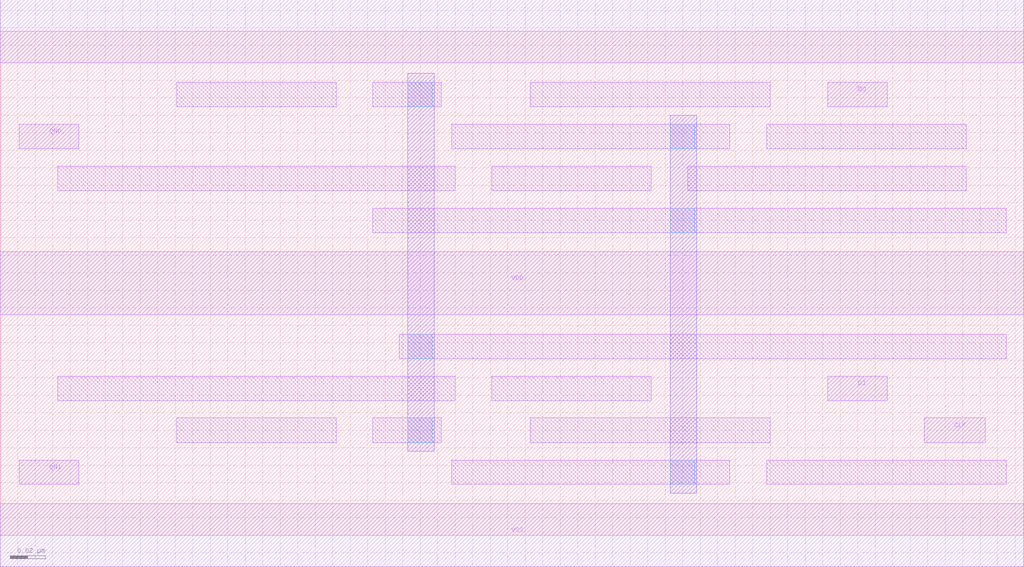
<source format=lef>
VERSION 5.8 ;
BUSBITCHARS "[]" ;
DIVIDERCHAR "/" ;
CLEARANCEMEASURE EUCLIDEAN ;

SITE coresite_DH_P
    SIZE 0.0450 BY 0.2880 ;
    CLASS CORE ;
    SYMMETRY X Y ;
END coresite_DH_P

SITE coresite_DH_N
    SIZE 0.0450 BY 0.2880 ;
    CLASS CORE ;
    SYMMETRY X Y ;
END coresite_DH_N

SITE coresite
    SIZE 0.0450 BY 0.1440 ;
    CLASS CORE ;
    SYMMETRY X Y ;
END coresite

MACRO DFFRNQ_X1_DH
  CLASS CORE ;
  ORIGIN 0 0 ;
  FOREIGN DFFRNQ_X1_DH 0 0 ;
  SIZE 0.4050 BY 0.2880 ;
  SYMMETRY X Y ;
  SITE coresite_DH_N ;
  PIN D
    DIRECTION INPUT ;
    USE SIGNAL ;
    PORT
      LAYER M0 ;
        RECT 0.0780 0.2590 0.1125 0.2450 ;
    END
  END D
  PIN CK
    DIRECTION INPUT ;
    USE SIGNAL ;
    PORT
      LAYER M0 ;
        RECT 0.0225 0.1150 0.0570 0.1010 ;
    END
  END CK
  PIN Q
    DIRECTION OUTPUT ;
    USE SIGNAL ;
    PORT
      LAYER M0 ;
        RECT 0.3600 0.0910 0.3945 0.0770 ;
    END
  END Q
  PIN RN
    DIRECTION INPUT ;
    USE SIGNAL ;
    PORT
      LAYER M0 ;
        RECT 0.2925 0.0430 0.3270 0.0290 ;
    END
  END RN
  PIN VDD
    DIRECTION INOUT ;
    USE POWER ;
    SHAPE ABUTMENT ;
    PORT
      LAYER M0 ;
        RECT 0.0000 0.1260 0.4050 0.1620 ;
    END
  END VDD
  PIN VSS
    DIRECTION INOUT ;
    USE GROUND ;
    SHAPE ABUTMENT ;
    PORT
      LAYER M0 ;
        RECT 0.0000 0.2700 0.4050 0.3060 ;
        RECT 0.0000 -0.0180 0.4050 0.0180 ;
    END
  END VSS
  OBS
      LAYER V0 ;
        RECT 0.2330 0.1970 0.2470 0.2110 ;
        RECT 0.2330 0.0290 0.2470 0.0430 ;
        RECT 0.1730 0.2210 0.1870 0.2350 ;
        RECT 0.1730 0.0530 0.1870 0.0670 ;
        RECT 0.1430 0.1730 0.1570 0.1870 ;
        RECT 0.1430 0.0530 0.1570 0.0670 ;
        RECT 0.1130 0.1970 0.1270 0.2110 ;
        RECT 0.1130 0.2210 0.1270 0.2350 ;
        RECT 0.1130 0.0290 0.1270 0.0430 ;
      LAYER M0 ;
        RECT 0.1455 0.2450 0.3720 0.2590 ;
        RECT 0.2355 0.2210 0.3045 0.2350 ;
        RECT 0.1680 0.2210 0.2025 0.2350 ;
        RECT 0.1080 0.2210 0.1470 0.2350 ;
        RECT 0.2130 0.1970 0.3945 0.2110 ;
        RECT 0.0330 0.1970 0.1920 0.2110 ;
        RECT 0.1905 0.1730 0.3045 0.1870 ;
        RECT 0.0105 0.1730 0.1620 0.1870 ;
        RECT 0.0780 0.1010 0.3720 0.1150 ;
        RECT 0.1455 0.0770 0.2820 0.0910 ;
        RECT 0.2355 0.0530 0.3720 0.0670 ;
        RECT 0.1350 0.0530 0.1920 0.0670 ;
        RECT 0.1905 0.0290 0.2520 0.0430 ;
        RECT 0.0105 0.0290 0.1470 0.0430 ;
      LAYER M1 ;
        RECT 0.1725 0.2400 0.1875 0.0480 ;
        RECT 0.1125 0.2400 0.1275 0.0240 ;
        RECT 0.2325 0.2160 0.2475 0.0240 ;
        RECT 0.1425 0.1920 0.1575 0.0480 ;
  END
END DFFRNQ_X1_DH

MACRO XOR2_X1
  CLASS CORE ;
  ORIGIN 0 0 ;
  FOREIGN XOR2_X1 0 0 ;
  SIZE 0.2700 BY 0.1440 ;
  SYMMETRY X Y ;
  SITE coresite ;
  PIN Z
    DIRECTION OUTPUT ;
    USE SIGNAL ;
    PORT
      LAYER M1 ;
        RECT 0.0525 0.0960 0.0675 0.0240 ;
      LAYER M0 ;
        RECT 0.0450 0.0670 0.1245 0.0530 ;
        RECT 0.0450 0.0910 0.0795 0.0770 ;
    END
  END Z
  PIN A2
    DIRECTION INPUT ;
    USE SIGNAL ;
    PORT
      LAYER M2 ;
        RECT 0.0180 0.0670 0.1920 0.0530 ;
      LAYER M1 ;
        RECT 0.0225 0.0960 0.0375 0.0240 ;
        RECT 0.1725 0.1200 0.1875 0.0480 ;
      LAYER M0 ;
        RECT 0.0180 0.0430 0.0570 0.0290 ;
        RECT 0.1575 0.1150 0.1920 0.1010 ;
    END
  END A2
  PIN A1
    DIRECTION INPUT ;
    USE SIGNAL ;
    PORT
      LAYER M0 ;
        RECT 0.0780 0.0430 0.2370 0.0290 ;
    END
  END A1
  PIN VDD
    DIRECTION INOUT ;
    USE POWER ;
    SHAPE ABUTMENT ;
    PORT
      LAYER M0 ;
        RECT 0.0000 0.1260 0.2700 0.1620 ;
    END
  END VDD
  PIN VSS
    DIRECTION INOUT ;
    USE GROUND ;
    SHAPE ABUTMENT ;
    PORT
      LAYER M0 ;
        RECT 0.0000 -0.0180 0.2700 0.0180 ;
    END
  END VSS
  OBS
      LAYER V1 ;
        RECT 0.0230 0.0530 0.0370 0.0670 ;
        RECT 0.1730 0.0530 0.1870 0.0670 ;
      LAYER V0 ;
        RECT 0.0230 0.0290 0.0370 0.0430 ;
        RECT 0.1730 0.1010 0.1870 0.1150 ;
        RECT 0.2030 0.0770 0.2170 0.0910 ;
        RECT 0.2030 0.0530 0.2170 0.0670 ;
        RECT 0.0530 0.0770 0.0670 0.0910 ;
        RECT 0.0530 0.0530 0.0670 0.0670 ;
      LAYER M0 ;
        RECT 0.1905 0.0530 0.2250 0.0670 ;
        RECT 0.1230 0.0770 0.2595 0.0910 ;
        RECT 0.0105 0.1010 0.1245 0.1150 ;
      LAYER M1 ;
        RECT 0.2025 0.0960 0.2175 0.0240 ;
  END
END XOR2_X1

MACRO XNOR2_X1
  CLASS CORE ;
  ORIGIN 0 0 ;
  FOREIGN XNOR2_X1 0 0 ;
  SIZE 0.2700 BY 0.1440 ;
  SYMMETRY X Y ;
  SITE coresite ;
  PIN Y
    DIRECTION OUTPUT ;
    USE SIGNAL ;
    PORT
      LAYER M1 ;
        RECT 0.0525 0.0960 0.0675 0.0240 ;
      LAYER M0 ;
        RECT 0.0450 0.0670 0.0795 0.0530 ;
        RECT 0.0450 0.0910 0.1245 0.0770 ;
    END
  END Y
  PIN A
    DIRECTION INPUT ;
    USE SIGNAL ;
    PORT
      LAYER M2 ;
        RECT 0.0180 0.1150 0.2250 0.1010 ;
      LAYER M1 ;
        RECT 0.0225 0.1200 0.0375 0.0480 ;
        RECT 0.2025 0.1200 0.2175 0.0240 ;
      LAYER M0 ;
        RECT 0.0180 0.1150 0.0570 0.1010 ;
        RECT 0.1980 0.0430 0.2370 0.0290 ;
    END
  END A
  PIN B
    DIRECTION INPUT ;
    USE SIGNAL ;
    PORT
      LAYER M0 ;
        RECT 0.0780 0.1150 0.1920 0.1010 ;
    END
  END B
  PIN VDD
    DIRECTION INOUT ;
    USE POWER ;
    SHAPE ABUTMENT ;
    PORT
      LAYER M0 ;
        RECT 0.0000 0.1260 0.2700 0.1620 ;
    END
  END VDD
  PIN VSS
    DIRECTION INOUT ;
    USE GROUND ;
    SHAPE ABUTMENT ;
    PORT
      LAYER M0 ;
        RECT 0.0000 -0.0180 0.2700 0.0180 ;
    END
  END VSS
  OBS
      LAYER V1 ;
        RECT 0.0230 0.1010 0.0370 0.1150 ;
        RECT 0.2030 0.1010 0.2170 0.1150 ;
      LAYER V0 ;
        RECT 0.0530 0.0770 0.0670 0.0910 ;
        RECT 0.0530 0.0530 0.0670 0.0670 ;
        RECT 0.0230 0.1010 0.0370 0.1150 ;
        RECT 0.2030 0.0290 0.2170 0.0430 ;
        RECT 0.2330 0.0770 0.2470 0.0910 ;
        RECT 0.2330 0.0530 0.2470 0.0670 ;
      LAYER M0 ;
        RECT 0.0105 0.0290 0.1245 0.0430 ;
        RECT 0.1230 0.0530 0.2595 0.0670 ;
        RECT 0.1905 0.0770 0.2520 0.0910 ;
      LAYER M1 ;
        RECT 0.2325 0.0960 0.2475 0.0240 ;
  END
END XNOR2_X1

MACRO OR3_X2
  CLASS CORE ;
  ORIGIN 0 0 ;
  FOREIGN OR3_X2 0 0 ;
  SIZE 0.2700 BY 0.1440 ;
  SYMMETRY X Y ;
  SITE coresite ;
  PIN A1
    DIRECTION INPUT ;
    USE SIGNAL ;
    PORT
      LAYER M0 ;
        RECT 0.1125 0.0430 0.1470 0.0290 ;
    END
  END A1
  PIN A2
    DIRECTION INPUT ;
    USE SIGNAL ;
    PORT
      LAYER M0 ;
        RECT 0.0225 0.0910 0.0570 0.0770 ;
    END
  END A2
  PIN Z
    DIRECTION OUTPUT ;
    USE SIGNAL ;
    PORT
      LAYER M0 ;
        RECT 0.1800 0.0910 0.2145 0.0770 ;
    END
  END Z
  PIN A3
    DIRECTION INPUT ;
    USE SIGNAL ;
    PORT
      LAYER M0 ;
        RECT 0.0675 0.1150 0.1020 0.1010 ;
    END
  END A3
  PIN VDD
    DIRECTION INOUT ;
    USE POWER ;
    SHAPE ABUTMENT ;
    PORT
      LAYER M0 ;
        RECT 0.0000 0.1260 0.2700 0.1620 ;
    END
  END VDD
  PIN VSS
    DIRECTION INOUT ;
    USE GROUND ;
    SHAPE ABUTMENT ;
    PORT
      LAYER M0 ;
        RECT 0.0000 -0.0180 0.2700 0.0180 ;
    END
  END VSS
  OBS
      LAYER M0 ;
        RECT 0.0105 0.0530 0.2370 0.0670 ;
  END
END OR3_X2

MACRO OR3_X1
  CLASS CORE ;
  ORIGIN 0 0 ;
  FOREIGN OR3_X1 0 0 ;
  SIZE 0.2250 BY 0.1440 ;
  SYMMETRY X Y ;
  SITE coresite ;
  PIN A2
    DIRECTION INPUT ;
    USE SIGNAL ;
    PORT
      LAYER M0 ;
        RECT 0.0780 0.0430 0.1125 0.0290 ;
    END
  END A2
  PIN A3
    DIRECTION INPUT ;
    USE SIGNAL ;
    PORT
      LAYER M0 ;
        RECT 0.1125 0.0910 0.1470 0.0770 ;
    END
  END A3
  PIN A1
    DIRECTION INPUT ;
    USE SIGNAL ;
    PORT
      LAYER M0 ;
        RECT 0.0225 0.1150 0.0570 0.1010 ;
    END
  END A1
  PIN Z
    DIRECTION OUTPUT ;
    USE SIGNAL ;
    PORT
      LAYER M0 ;
        RECT 0.1800 0.1150 0.2145 0.1010 ;
    END
  END Z
  PIN VDD
    DIRECTION INOUT ;
    USE POWER ;
    SHAPE ABUTMENT ;
    PORT
      LAYER M0 ;
        RECT 0.0000 0.1260 0.2250 0.1620 ;
    END
  END VDD
  PIN VSS
    DIRECTION INOUT ;
    USE GROUND ;
    SHAPE ABUTMENT ;
    PORT
      LAYER M0 ;
        RECT 0.0000 -0.0180 0.2250 0.0180 ;
    END
  END VSS
  OBS
      LAYER M0 ;
        RECT 0.0105 0.0530 0.1920 0.0670 ;
  END
END OR3_X1

MACRO OR2_X2
  CLASS CORE ;
  ORIGIN 0 0 ;
  FOREIGN OR2_X2 0 0 ;
  SIZE 0.2250 BY 0.1440 ;
  SYMMETRY X Y ;
  SITE coresite ;
  PIN A1
    DIRECTION INPUT ;
    USE SIGNAL ;
    PORT
      LAYER M0 ;
        RECT 0.1125 0.0430 0.1470 0.0290 ;
    END
  END A1
  PIN Z
    DIRECTION OUTPUT ;
    USE SIGNAL ;
    PORT
      LAYER M0 ;
        RECT 0.0450 0.1150 0.0795 0.1010 ;
    END
  END Z
  PIN A2
    DIRECTION INPUT ;
    USE SIGNAL ;
    PORT
      LAYER M0 ;
        RECT 0.1680 0.1150 0.2025 0.1010 ;
    END
  END A2
  PIN VDD
    DIRECTION INOUT ;
    USE POWER ;
    SHAPE ABUTMENT ;
    PORT
      LAYER M0 ;
        RECT 0.0000 0.1260 0.2250 0.1620 ;
    END
  END VDD
  PIN VSS
    DIRECTION INOUT ;
    USE GROUND ;
    SHAPE ABUTMENT ;
    PORT
      LAYER M0 ;
        RECT 0.0000 -0.0180 0.2250 0.0180 ;
    END
  END VSS
  OBS
      LAYER M0 ;
        RECT 0.0780 0.0530 0.1695 0.0670 ;
        RECT 0.0330 0.0770 0.2145 0.0910 ;
  END
END OR2_X2

MACRO OR2_X1
  CLASS CORE ;
  ORIGIN 0 0 ;
  FOREIGN OR2_X1 0 0 ;
  SIZE 0.1800 BY 0.1440 ;
  SYMMETRY X Y ;
  SITE coresite ;
  PIN A1
    DIRECTION INPUT ;
    USE SIGNAL ;
    PORT
      LAYER M0 ;
        RECT 0.0225 0.0430 0.0570 0.0290 ;
    END
  END A1
  PIN Z
    DIRECTION OUTPUT ;
    USE SIGNAL ;
    PORT
      LAYER M0 ;
        RECT 0.1350 0.0430 0.1695 0.0290 ;
    END
  END Z
  PIN A2
    DIRECTION INPUT ;
    USE SIGNAL ;
    PORT
      LAYER M0 ;
        RECT 0.0675 0.1150 0.1020 0.1010 ;
    END
  END A2
  PIN VDD
    DIRECTION INOUT ;
    USE POWER ;
    SHAPE ABUTMENT ;
    PORT
      LAYER M0 ;
        RECT 0.0000 0.1260 0.1800 0.1620 ;
    END
  END VDD
  PIN VSS
    DIRECTION INOUT ;
    USE GROUND ;
    SHAPE ABUTMENT ;
    PORT
      LAYER M0 ;
        RECT 0.0000 -0.0180 0.1800 0.0180 ;
    END
  END VSS
  OBS
      LAYER M0 ;
        RECT 0.0555 0.0530 0.1470 0.0670 ;
        RECT 0.0105 0.0770 0.1470 0.0910 ;
  END
END OR2_X1

MACRO OAI22_X2
  CLASS CORE ;
  ORIGIN 0 0 ;
  FOREIGN OAI22_X2 0 0 ;
  SIZE 0.4500 BY 0.1440 ;
  SYMMETRY X Y ;
  SITE coresite ;
  PIN ZN
    DIRECTION OUTPUT ;
    USE SIGNAL ;
    PORT
      LAYER M2 ;
        RECT 0.1980 0.1150 0.2520 0.1010 ;
      LAYER M1 ;
        RECT 0.2025 0.1200 0.2175 0.0480 ;
        RECT 0.2325 0.1200 0.2475 0.0480 ;
      LAYER M0 ;
        RECT 0.1455 0.0910 0.2250 0.0770 ;
        RECT 0.2250 0.0670 0.3945 0.0530 ;
    END
  END ZN
  PIN B2
    DIRECTION INPUT ;
    USE SIGNAL ;
    PORT
      LAYER M0 ;
        RECT 0.0330 0.0670 0.1020 0.0530 ;
    END
  END B2
  PIN B1
    DIRECTION INPUT ;
    USE SIGNAL ;
    PORT
      LAYER M0 ;
        RECT 0.1230 0.0670 0.1920 0.0530 ;
    END
  END B1
  PIN A1
    DIRECTION INPUT ;
    USE SIGNAL ;
    PORT
      LAYER M0 ;
        RECT 0.2580 0.0910 0.3270 0.0770 ;
    END
  END A1
  PIN A2
    DIRECTION INPUT ;
    USE SIGNAL ;
    PORT
      LAYER M0 ;
        RECT 0.3480 0.0910 0.4170 0.0770 ;
    END
  END A2
  PIN VDD
    DIRECTION INOUT ;
    USE POWER ;
    SHAPE ABUTMENT ;
    PORT
      LAYER M0 ;
        RECT 0.0000 0.1260 0.4500 0.1620 ;
    END
  END VDD
  PIN VSS
    DIRECTION INOUT ;
    USE GROUND ;
    SHAPE ABUTMENT ;
    PORT
      LAYER M0 ;
        RECT 0.0000 -0.0180 0.4500 0.0180 ;
    END
  END VSS
  OBS
      LAYER V1 ;
        RECT 0.2030 0.1010 0.2170 0.1150 ;
        RECT 0.2330 0.1010 0.2470 0.1150 ;
      LAYER V0 ;
        RECT 0.2030 0.0770 0.2170 0.0910 ;
        RECT 0.2330 0.0530 0.2470 0.0670 ;
      LAYER M0 ;
        RECT 0.0555 0.0290 0.4395 0.0430 ;
        RECT 0.0105 0.1010 0.2145 0.1150 ;
        RECT 0.2355 0.1010 0.4395 0.1150 ;
  END
END OAI22_X2

MACRO OAI22_X1
  CLASS CORE ;
  ORIGIN 0 0 ;
  FOREIGN OAI22_X1 0 0 ;
  SIZE 0.2250 BY 0.1440 ;
  SYMMETRY X Y ;
  SITE coresite ;
  PIN ZN
    DIRECTION OUTPUT ;
    USE SIGNAL ;
    PORT
      LAYER M1 ;
        RECT 0.0525 0.0960 0.0675 0.0240 ;
      LAYER M0 ;
        RECT 0.0450 0.0430 0.0795 0.0290 ;
        RECT 0.0450 0.0910 0.1245 0.0770 ;
    END
  END ZN
  PIN B1
    DIRECTION INPUT ;
    USE SIGNAL ;
    PORT
      LAYER M0 ;
        RECT 0.1125 0.0430 0.1470 0.0290 ;
    END
  END B1
  PIN A2
    DIRECTION INPUT ;
    USE SIGNAL ;
    PORT
      LAYER M0 ;
        RECT 0.0225 0.1150 0.0570 0.1010 ;
    END
  END A2
  PIN A1
    DIRECTION INPUT ;
    USE SIGNAL ;
    PORT
      LAYER M0 ;
        RECT 0.0780 0.1150 0.1125 0.1010 ;
    END
  END A1
  PIN B2
    DIRECTION INPUT ;
    USE SIGNAL ;
    PORT
      LAYER M0 ;
        RECT 0.1680 0.1150 0.2025 0.1010 ;
    END
  END B2
  PIN VDD
    DIRECTION INOUT ;
    USE POWER ;
    SHAPE ABUTMENT ;
    PORT
      LAYER M0 ;
        RECT 0.0000 0.1260 0.2250 0.1620 ;
    END
  END VDD
  PIN VSS
    DIRECTION INOUT ;
    USE GROUND ;
    SHAPE ABUTMENT ;
    PORT
      LAYER M0 ;
        RECT 0.0000 -0.0180 0.2250 0.0180 ;
    END
  END VSS
  OBS
      LAYER V0 ;
        RECT 0.0530 0.0770 0.0670 0.0910 ;
        RECT 0.0530 0.0290 0.0670 0.0430 ;
      LAYER M0 ;
        RECT 0.0105 0.0530 0.2145 0.0670 ;
  END
END OAI22_X1

MACRO OAI222_X1_DH_P
  CLASS CORE ;
  ORIGIN 0 0 ;
  FOREIGN OAI222_X1_DH_P 0 0 ;
  SIZE 0.1800 BY 0.2880 ;
  SYMMETRY X Y ;
  SITE coresite_DH_P ;
  PIN Y
    DIRECTION OUTPUT ;
    USE SIGNAL ;
    PORT
      LAYER M1 ;
        RECT 0.1425 0.2640 0.1575 0.0240 ;
      LAYER M0 ;
        RECT 0.1005 0.0430 0.1620 0.0290 ;
        RECT 0.1005 0.1870 0.1620 0.1730 ;
        RECT 0.1350 0.2590 0.1695 0.2450 ;
    END
  END Y
  PIN C2
    DIRECTION INPUT ;
    USE SIGNAL ;
    PORT
      LAYER M0 ;
        RECT 0.0330 0.0430 0.0675 0.0290 ;
    END
  END C2
  PIN C1
    DIRECTION INPUT ;
    USE SIGNAL ;
    PORT
      LAYER M0 ;
        RECT 0.0675 0.1150 0.1020 0.1010 ;
    END
  END C1
  PIN B1
    DIRECTION INPUT ;
    USE SIGNAL ;
    PORT
      LAYER M0 ;
        RECT 0.1230 0.1150 0.1575 0.1010 ;
    END
  END B1
  PIN B2
    DIRECTION INPUT ;
    USE SIGNAL ;
    PORT
      LAYER M0 ;
        RECT 0.0330 0.1870 0.0675 0.1730 ;
    END
  END B2
  PIN A1
    DIRECTION INPUT ;
    USE SIGNAL ;
    PORT
      LAYER M0 ;
        RECT 0.1230 0.2350 0.1575 0.2210 ;
    END
  END A1
  PIN A2
    DIRECTION INPUT ;
    USE SIGNAL ;
    PORT
      LAYER M0 ;
        RECT 0.0675 0.2590 0.1020 0.2450 ;
    END
  END A2
  PIN VDD
    DIRECTION INOUT ;
    USE POWER ;
    SHAPE ABUTMENT ;
    PORT
      LAYER M0 ;
        RECT 0.0000 -0.0180 0.1800 0.0180 ;
        RECT 0.0000 0.2700 0.1800 0.3060 ;
    END
  END VDD
  PIN VSS
    DIRECTION INOUT ;
    USE GROUND ;
    SHAPE ABUTMENT ;
    PORT
      LAYER M0 ;
        RECT 0.0000 0.1260 0.1800 0.1620 ;
    END
  END VSS
  OBS
      LAYER V0 ;
        RECT 0.0230 0.0530 0.0370 0.0670 ;
        RECT 0.0230 0.2210 0.0370 0.2350 ;
        RECT 0.1430 0.0290 0.1570 0.0430 ;
        RECT 0.1430 0.2450 0.1570 0.2590 ;
        RECT 0.1430 0.1730 0.1570 0.1870 ;
      LAYER M0 ;
        RECT 0.0180 0.0530 0.1695 0.0670 ;
        RECT 0.0105 0.0770 0.1245 0.0910 ;
        RECT 0.0555 0.1970 0.1695 0.2110 ;
        RECT 0.0105 0.2210 0.0450 0.2350 ;
      LAYER M1 ;
        RECT 0.0225 0.2400 0.0375 0.0480 ;
  END
END OAI222_X1_DH_P

MACRO OAI222_X1_DH_N
  CLASS CORE ;
  ORIGIN 0 0 ;
  FOREIGN OAI222_X1_DH_N 0 0 ;
  SIZE 0.1800 BY 0.2880 ;
  SYMMETRY X Y ;
  SITE coresite_DH_N ;
  PIN Y
    DIRECTION OUTPUT ;
    USE SIGNAL ;
    PORT
      LAYER M1 ;
        RECT 0.0225 0.2400 0.0375 0.0720 ;
      LAYER M0 ;
        RECT 0.0180 0.0910 0.1245 0.0770 ;
        RECT 0.0105 0.2110 0.0450 0.1970 ;
        RECT 0.0180 0.2350 0.0795 0.2210 ;
    END
  END Y
  PIN C1
    DIRECTION INPUT ;
    USE SIGNAL ;
    PORT
      LAYER M0 ;
        RECT 0.0675 0.0430 0.1020 0.0290 ;
    END
  END C1
  PIN C2
    DIRECTION INPUT ;
    USE SIGNAL ;
    PORT
      LAYER M0 ;
        RECT 0.0225 0.1150 0.0570 0.1010 ;
    END
  END C2
  PIN B1
    DIRECTION INPUT ;
    USE SIGNAL ;
    PORT
      LAYER M0 ;
        RECT 0.1230 0.1150 0.1575 0.1010 ;
    END
  END B1
  PIN A1
    DIRECTION INPUT ;
    USE SIGNAL ;
    PORT
      LAYER M0 ;
        RECT 0.0225 0.1870 0.0570 0.1730 ;
    END
  END A1
  PIN B2
    DIRECTION INPUT ;
    USE SIGNAL ;
    PORT
      LAYER M0 ;
        RECT 0.1230 0.1870 0.1575 0.1730 ;
    END
  END B2
  PIN A2
    DIRECTION INPUT ;
    USE SIGNAL ;
    PORT
      LAYER M0 ;
        RECT 0.0780 0.2110 0.1125 0.1970 ;
    END
  END A2
  PIN VDD
    DIRECTION INOUT ;
    USE POWER ;
    SHAPE ABUTMENT ;
    PORT
      LAYER M0 ;
        RECT 0.0000 0.1260 0.1800 0.1620 ;
    END
  END VDD
  PIN VSS
    DIRECTION INOUT ;
    USE GROUND ;
    SHAPE ABUTMENT ;
    PORT
      LAYER M0 ;
        RECT 0.0000 -0.0180 0.1800 0.0180 ;
        RECT 0.0000 0.2700 0.1800 0.3060 ;
    END
  END VSS
  OBS
      LAYER V0 ;
        RECT 0.1130 0.0530 0.1270 0.0670 ;
        RECT 0.1130 0.2210 0.1270 0.2350 ;
        RECT 0.0230 0.0770 0.0370 0.0910 ;
        RECT 0.0230 0.2210 0.0370 0.2350 ;
        RECT 0.0230 0.1970 0.0370 0.2110 ;
        RECT 0.1430 0.0290 0.1570 0.0430 ;
        RECT 0.1430 0.2450 0.1570 0.2590 ;
      LAYER M0 ;
        RECT 0.1350 0.0290 0.1695 0.0430 ;
        RECT 0.0105 0.0530 0.1350 0.0670 ;
        RECT 0.1080 0.2210 0.1695 0.2350 ;
        RECT 0.0105 0.2450 0.1620 0.2590 ;
      LAYER M1 ;
        RECT 0.1125 0.2400 0.1275 0.0480 ;
        RECT 0.1425 0.2640 0.1575 0.0240 ;
  END
END OAI222_X1_DH_N

MACRO OAI221_X1
  CLASS CORE ;
  ORIGIN 0 0 ;
  FOREIGN OAI221_X1 0 0 ;
  SIZE 0.2700 BY 0.1440 ;
  SYMMETRY X Y ;
  SITE coresite ;
  PIN Y
    DIRECTION OUTPUT ;
    USE SIGNAL ;
    PORT
      LAYER M1 ;
        RECT 0.2025 0.0960 0.2175 0.0240 ;
      LAYER M0 ;
        RECT 0.1905 0.0430 0.2250 0.0290 ;
        RECT 0.1005 0.0910 0.2595 0.0770 ;
    END
  END Y
  PIN C
    DIRECTION INPUT ;
    USE SIGNAL ;
    PORT
      LAYER M0 ;
        RECT 0.1230 0.0430 0.1575 0.0290 ;
    END
  END C
  PIN A1
    DIRECTION INPUT ;
    USE SIGNAL ;
    PORT
      LAYER M0 ;
        RECT 0.0330 0.0910 0.0675 0.0770 ;
    END
  END A1
  PIN A2
    DIRECTION INPUT ;
    USE SIGNAL ;
    PORT
      LAYER M0 ;
        RECT 0.0780 0.1150 0.1125 0.1010 ;
    END
  END A2
  PIN B1
    DIRECTION INPUT ;
    USE SIGNAL ;
    PORT
      LAYER M0 ;
        RECT 0.1575 0.1150 0.1920 0.1010 ;
    END
  END B1
  PIN B2
    DIRECTION INPUT ;
    USE SIGNAL ;
    PORT
      LAYER M0 ;
        RECT 0.2130 0.1150 0.2475 0.1010 ;
    END
  END B2
  PIN VDD
    DIRECTION INOUT ;
    USE POWER ;
    SHAPE ABUTMENT ;
    PORT
      LAYER M0 ;
        RECT 0.0000 0.1260 0.2700 0.1620 ;
    END
  END VDD
  PIN VSS
    DIRECTION INOUT ;
    USE GROUND ;
    SHAPE ABUTMENT ;
    PORT
      LAYER M0 ;
        RECT 0.0000 -0.0180 0.2700 0.0180 ;
    END
  END VSS
  OBS
      LAYER V0 ;
        RECT 0.2030 0.0770 0.2170 0.0910 ;
        RECT 0.2030 0.0290 0.2170 0.0430 ;
      LAYER M0 ;
        RECT 0.0105 0.0530 0.1245 0.0670 ;
        RECT 0.1455 0.0530 0.2595 0.0670 ;
  END
END OAI221_X1

MACRO OAI21_X2
  CLASS CORE ;
  ORIGIN 0 0 ;
  FOREIGN OAI21_X2 0 0 ;
  SIZE 0.3150 BY 0.1440 ;
  SYMMETRY X Y ;
  SITE coresite ;
  PIN A2
    DIRECTION INPUT ;
    USE SIGNAL ;
    PORT
      LAYER M2 ;
        RECT 0.0450 0.1150 0.1920 0.1010 ;
      LAYER M1 ;
        RECT 0.0525 0.1200 0.0675 0.0480 ;
        RECT 0.1725 0.1200 0.1875 0.0240 ;
      LAYER M0 ;
        RECT 0.0330 0.1150 0.0720 0.1010 ;
        RECT 0.1680 0.0430 0.2025 0.0290 ;
    END
  END A2
  PIN A1
    DIRECTION INPUT ;
    USE SIGNAL ;
    PORT
      LAYER M0 ;
        RECT 0.0780 0.0430 0.1470 0.0290 ;
    END
  END A1
  PIN B
    DIRECTION INPUT ;
    USE SIGNAL ;
    PORT
      LAYER M0 ;
        RECT 0.2130 0.0910 0.2820 0.0770 ;
    END
  END B
  PIN ZN
    DIRECTION OUTPUT ;
    USE SIGNAL ;
    PORT
      LAYER M0 ;
        RECT 0.1005 0.1150 0.2595 0.1010 ;
    END
  END ZN
  PIN VDD
    DIRECTION INOUT ;
    USE POWER ;
    SHAPE ABUTMENT ;
    PORT
      LAYER M0 ;
        RECT 0.0000 0.1260 0.3150 0.1620 ;
    END
  END VDD
  PIN VSS
    DIRECTION INOUT ;
    USE GROUND ;
    SHAPE ABUTMENT ;
    PORT
      LAYER M0 ;
        RECT 0.0000 -0.0180 0.3150 0.0180 ;
    END
  END VSS
  OBS
      LAYER V1 ;
        RECT 0.0530 0.1010 0.0670 0.1150 ;
        RECT 0.1730 0.1010 0.1870 0.1150 ;
      LAYER V0 ;
        RECT 0.0530 0.1010 0.0670 0.1150 ;
        RECT 0.1730 0.0290 0.1870 0.0430 ;
      LAYER M0 ;
        RECT 0.0105 0.0530 0.3045 0.0670 ;
        RECT 0.0555 0.0770 0.1695 0.0910 ;
  END
END OAI21_X2

MACRO OAI21_X1
  CLASS CORE ;
  ORIGIN 0 0 ;
  FOREIGN OAI21_X1 0 0 ;
  SIZE 0.1800 BY 0.1440 ;
  SYMMETRY X Y ;
  SITE coresite ;
  PIN A1
    DIRECTION INPUT ;
    USE SIGNAL ;
    PORT
      LAYER M0 ;
        RECT 0.0225 0.0430 0.0570 0.0290 ;
    END
  END A1
  PIN B
    DIRECTION INPUT ;
    USE SIGNAL ;
    PORT
      LAYER M0 ;
        RECT 0.1230 0.0430 0.1575 0.0290 ;
    END
  END B
  PIN ZN
    DIRECTION OUTPUT ;
    USE SIGNAL ;
    PORT
      LAYER M0 ;
        RECT 0.0105 0.0910 0.1695 0.0770 ;
    END
  END ZN
  PIN A2
    DIRECTION INPUT ;
    USE SIGNAL ;
    PORT
      LAYER M0 ;
        RECT 0.0780 0.1150 0.1125 0.1010 ;
    END
  END A2
  PIN VDD
    DIRECTION INOUT ;
    USE POWER ;
    SHAPE ABUTMENT ;
    PORT
      LAYER M0 ;
        RECT 0.0000 0.1260 0.1800 0.1620 ;
    END
  END VDD
  PIN VSS
    DIRECTION INOUT ;
    USE GROUND ;
    SHAPE ABUTMENT ;
    PORT
      LAYER M0 ;
        RECT 0.0000 -0.0180 0.1800 0.0180 ;
    END
  END VSS
  OBS
      LAYER M0 ;
        RECT 0.0105 0.0530 0.1245 0.0670 ;
  END
END OAI21_X1

MACRO OAI211_X1
  CLASS CORE ;
  ORIGIN 0 0 ;
  FOREIGN OAI211_X1 0 0 ;
  SIZE 0.2250 BY 0.1440 ;
  SYMMETRY X Y ;
  SITE coresite ;
  PIN A1
    DIRECTION INPUT ;
    USE SIGNAL ;
    PORT
      LAYER M0 ;
        RECT 0.0675 0.0430 0.1020 0.0290 ;
    END
  END A1
  PIN B
    DIRECTION INPUT ;
    USE SIGNAL ;
    PORT
      LAYER M0 ;
        RECT 0.1230 0.0430 0.1575 0.0290 ;
    END
  END B
  PIN Y
    DIRECTION OUTPUT ;
    USE SIGNAL ;
    PORT
      LAYER M0 ;
        RECT 0.1005 0.0910 0.2145 0.0770 ;
    END
  END Y
  PIN A2
    DIRECTION INPUT ;
    USE SIGNAL ;
    PORT
      LAYER M0 ;
        RECT 0.0225 0.1150 0.0570 0.1010 ;
    END
  END A2
  PIN C
    DIRECTION INPUT ;
    USE SIGNAL ;
    PORT
      LAYER M0 ;
        RECT 0.1680 0.1150 0.2025 0.1010 ;
    END
  END C
  PIN VDD
    DIRECTION INOUT ;
    USE POWER ;
    SHAPE ABUTMENT ;
    PORT
      LAYER M0 ;
        RECT 0.0000 0.1260 0.2250 0.1620 ;
    END
  END VDD
  PIN VSS
    DIRECTION INOUT ;
    USE GROUND ;
    SHAPE ABUTMENT ;
    PORT
      LAYER M0 ;
        RECT 0.0000 -0.0180 0.2250 0.0180 ;
    END
  END VSS
  OBS
      LAYER M0 ;
        RECT 0.0105 0.0530 0.1245 0.0670 ;
  END
END OAI211_X1

MACRO NOR4_X2
  CLASS CORE ;
  ORIGIN 0 0 ;
  FOREIGN NOR4_X2 0 0 ;
  SIZE 0.4050 BY 0.1440 ;
  SYMMETRY X Y ;
  SITE coresite ;
  PIN A2
    DIRECTION INPUT ;
    USE SIGNAL ;
    PORT
      LAYER M0 ;
        RECT 0.0330 0.0430 0.1920 0.0290 ;
    END
  END A2
  PIN A3
    DIRECTION INPUT ;
    USE SIGNAL ;
    PORT
      LAYER M0 ;
        RECT 0.2130 0.0430 0.3720 0.0290 ;
    END
  END A3
  PIN ZN
    DIRECTION OUTPUT ;
    USE SIGNAL ;
    PORT
      LAYER M0 ;
        RECT 0.0105 0.0670 0.3945 0.0530 ;
    END
  END ZN
  PIN A1
    DIRECTION INPUT ;
    USE SIGNAL ;
    PORT
      LAYER M0 ;
        RECT 0.0780 0.1150 0.1470 0.1010 ;
    END
  END A1
  PIN A4
    DIRECTION INPUT ;
    USE SIGNAL ;
    PORT
      LAYER M0 ;
        RECT 0.2580 0.1150 0.3270 0.1010 ;
    END
  END A4
  PIN VDD
    DIRECTION INOUT ;
    USE POWER ;
    SHAPE ABUTMENT ;
    PORT
      LAYER M0 ;
        RECT 0.0000 0.1260 0.4050 0.1620 ;
    END
  END VDD
  PIN VSS
    DIRECTION INOUT ;
    USE GROUND ;
    SHAPE ABUTMENT ;
    PORT
      LAYER M0 ;
        RECT 0.0000 -0.0180 0.4050 0.0180 ;
    END
  END VSS
  OBS
      LAYER V0 ;
        RECT 0.0230 0.1010 0.0370 0.1150 ;
        RECT 0.2030 0.1010 0.2170 0.1150 ;
        RECT 0.3530 0.1010 0.3670 0.1150 ;
      LAYER M1 ;
        RECT 0.0225 0.1200 0.0375 0.0240 ;
        RECT 0.2025 0.1200 0.2175 0.0240 ;
        RECT 0.3525 0.1200 0.3675 0.0240 ;
      LAYER M0 ;
        RECT 0.0555 0.0770 0.1695 0.0910 ;
        RECT 0.2355 0.0770 0.3495 0.0910 ;
        RECT 0.0105 0.1010 0.0450 0.1150 ;
        RECT 0.1905 0.1010 0.2250 0.1150 ;
        RECT 0.3480 0.1010 0.3945 0.1150 ;
      LAYER M2 ;
        RECT 0.0180 0.0290 0.3720 0.0430 ;
      LAYER V1 ;
        RECT 0.0230 0.0290 0.0370 0.0430 ;
        RECT 0.2030 0.0290 0.2170 0.0430 ;
        RECT 0.3530 0.0290 0.3670 0.0430 ;
  END
END NOR4_X2

MACRO NOR4_X1
  CLASS CORE ;
  ORIGIN 0 0 ;
  FOREIGN NOR4_X1 0 0 ;
  SIZE 0.2250 BY 0.1440 ;
  SYMMETRY X Y ;
  SITE coresite ;
  PIN A3
    DIRECTION INPUT ;
    USE SIGNAL ;
    PORT
      LAYER M0 ;
        RECT 0.1125 0.0430 0.1470 0.0290 ;
    END
  END A3
  PIN ZN
    DIRECTION OUTPUT ;
    USE SIGNAL ;
    PORT
      LAYER M0 ;
        RECT 0.0105 0.0670 0.2145 0.0530 ;
    END
  END ZN
  PIN A1
    DIRECTION INPUT ;
    USE SIGNAL ;
    PORT
      LAYER M0 ;
        RECT 0.0225 0.0910 0.0570 0.0770 ;
    END
  END A1
  PIN A4
    DIRECTION INPUT ;
    USE SIGNAL ;
    PORT
      LAYER M0 ;
        RECT 0.1680 0.0910 0.2025 0.0770 ;
    END
  END A4
  PIN A2
    DIRECTION INPUT ;
    USE SIGNAL ;
    PORT
      LAYER M0 ;
        RECT 0.0675 0.1150 0.1020 0.1010 ;
    END
  END A2
  PIN VDD
    DIRECTION INOUT ;
    USE POWER ;
    SHAPE ABUTMENT ;
    PORT
      LAYER M0 ;
        RECT 0.0000 0.1260 0.2250 0.1620 ;
    END
  END VDD
  PIN VSS
    DIRECTION INOUT ;
    USE GROUND ;
    SHAPE ABUTMENT ;
    PORT
      LAYER M0 ;
        RECT 0.0000 -0.0180 0.2250 0.0180 ;
    END
  END VSS
END NOR4_X1

MACRO NOR3_X2
  CLASS CORE ;
  ORIGIN 0 0 ;
  FOREIGN NOR3_X2 0 0 ;
  SIZE 0.3150 BY 0.1440 ;
  SYMMETRY X Y ;
  SITE coresite ;
  PIN A2
    DIRECTION INPUT ;
    USE SIGNAL ;
    PORT
      LAYER M2 ;
        RECT 0.0180 0.0910 0.1920 0.0770 ;
      LAYER M1 ;
        RECT 0.0225 0.0960 0.0375 0.0240 ;
        RECT 0.1725 0.0960 0.1875 0.0240 ;
      LAYER M0 ;
        RECT 0.0180 0.0430 0.0570 0.0290 ;
        RECT 0.1680 0.0430 0.2025 0.0290 ;
    END
  END A2
  PIN A3
    DIRECTION INPUT ;
    USE SIGNAL ;
    PORT
      LAYER M0 ;
        RECT 0.0780 0.0430 0.1470 0.0290 ;
    END
  END A3
  PIN ZN
    DIRECTION OUTPUT ;
    USE SIGNAL ;
    PORT
      LAYER M0 ;
        RECT 0.0555 0.0670 0.2595 0.0530 ;
    END
  END ZN
  PIN A1
    DIRECTION INPUT ;
    USE SIGNAL ;
    PORT
      LAYER M0 ;
        RECT 0.2130 0.1150 0.2820 0.1010 ;
    END
  END A1
  PIN VDD
    DIRECTION INOUT ;
    USE POWER ;
    SHAPE ABUTMENT ;
    PORT
      LAYER M0 ;
        RECT 0.0000 0.1260 0.3150 0.1620 ;
    END
  END VDD
  PIN VSS
    DIRECTION INOUT ;
    USE GROUND ;
    SHAPE ABUTMENT ;
    PORT
      LAYER M0 ;
        RECT 0.0000 -0.0180 0.3150 0.0180 ;
    END
  END VSS
  OBS
      LAYER V1 ;
        RECT 0.0230 0.0770 0.0370 0.0910 ;
        RECT 0.1730 0.0770 0.1870 0.0910 ;
      LAYER V0 ;
        RECT 0.0230 0.0290 0.0370 0.0430 ;
        RECT 0.1730 0.0290 0.1870 0.0430 ;
      LAYER M0 ;
        RECT 0.0105 0.0770 0.3045 0.0910 ;
        RECT 0.0555 0.1010 0.1695 0.1150 ;
  END
END NOR3_X2

MACRO NOR3_X1
  CLASS CORE ;
  ORIGIN 0 0 ;
  FOREIGN NOR3_X1 0 0 ;
  SIZE 0.1800 BY 0.1440 ;
  SYMMETRY X Y ;
  SITE coresite ;
  PIN A2
    DIRECTION INPUT ;
    USE SIGNAL ;
    PORT
      LAYER M0 ;
        RECT 0.0675 0.0430 0.1020 0.0290 ;
    END
  END A2
  PIN ZN
    DIRECTION OUTPUT ;
    USE SIGNAL ;
    PORT
      LAYER M0 ;
        RECT 0.0105 0.0670 0.1245 0.0530 ;
    END
  END ZN
  PIN A1
    DIRECTION INPUT ;
    USE SIGNAL ;
    PORT
      LAYER M0 ;
        RECT 0.0225 0.0910 0.0570 0.0770 ;
    END
  END A1
  PIN A3
    DIRECTION INPUT ;
    USE SIGNAL ;
    PORT
      LAYER M0 ;
        RECT 0.1230 0.1150 0.1575 0.1010 ;
    END
  END A3
  PIN VDD
    DIRECTION INOUT ;
    USE POWER ;
    SHAPE ABUTMENT ;
    PORT
      LAYER M0 ;
        RECT 0.0000 0.1260 0.1800 0.1620 ;
    END
  END VDD
  PIN VSS
    DIRECTION INOUT ;
    USE GROUND ;
    SHAPE ABUTMENT ;
    PORT
      LAYER M0 ;
        RECT 0.0000 -0.0180 0.1800 0.0180 ;
    END
  END VSS
END NOR3_X1

MACRO NOR2_X2
  CLASS CORE ;
  ORIGIN 0 0 ;
  FOREIGN NOR2_X2 0 0 ;
  SIZE 0.2250 BY 0.1440 ;
  SYMMETRY X Y ;
  SITE coresite ;
  PIN A1
    DIRECTION INPUT ;
    USE SIGNAL ;
    PORT
      LAYER M0 ;
        RECT 0.0330 0.0430 0.1020 0.0290 ;
    END
  END A1
  PIN ZN
    DIRECTION OUTPUT ;
    USE SIGNAL ;
    PORT
      LAYER M0 ;
        RECT 0.0555 0.0670 0.1695 0.0530 ;
    END
  END ZN
  PIN A2
    DIRECTION INPUT ;
    USE SIGNAL ;
    PORT
      LAYER M0 ;
        RECT 0.1230 0.1150 0.1920 0.1010 ;
    END
  END A2
  PIN VDD
    DIRECTION INOUT ;
    USE POWER ;
    SHAPE ABUTMENT ;
    PORT
      LAYER M0 ;
        RECT 0.0000 0.1260 0.2250 0.1620 ;
    END
  END VDD
  PIN VSS
    DIRECTION INOUT ;
    USE GROUND ;
    SHAPE ABUTMENT ;
    PORT
      LAYER M0 ;
        RECT 0.0000 -0.0180 0.2250 0.0180 ;
    END
  END VSS
  OBS
      LAYER M0 ;
        RECT 0.0105 0.0770 0.2145 0.0910 ;
  END
END NOR2_X2

MACRO NOR2_X1
  CLASS CORE ;
  ORIGIN 0 0 ;
  FOREIGN NOR2_X1 0 0 ;
  SIZE 0.1350 BY 0.1440 ;
  SYMMETRY X Y ;
  SITE coresite ;
  PIN A2
    DIRECTION INPUT ;
    USE SIGNAL ;
    PORT
      LAYER M0 ;
        RECT 0.0780 0.0430 0.1125 0.0290 ;
    END
  END A2
  PIN ZN
    DIRECTION OUTPUT ;
    USE SIGNAL ;
    PORT
      LAYER M0 ;
        RECT 0.0105 0.0670 0.1245 0.0530 ;
    END
  END ZN
  PIN A1
    DIRECTION INPUT ;
    USE SIGNAL ;
    PORT
      LAYER M0 ;
        RECT 0.0225 0.1150 0.0570 0.1010 ;
    END
  END A1
  PIN VDD
    DIRECTION INOUT ;
    USE POWER ;
    SHAPE ABUTMENT ;
    PORT
      LAYER M0 ;
        RECT 0.0000 0.1260 0.1350 0.1620 ;
    END
  END VDD
  PIN VSS
    DIRECTION INOUT ;
    USE GROUND ;
    SHAPE ABUTMENT ;
    PORT
      LAYER M0 ;
        RECT 0.0000 -0.0180 0.1350 0.0180 ;
    END
  END VSS
END NOR2_X1

MACRO NAND4_X2
  CLASS CORE ;
  ORIGIN 0 0 ;
  FOREIGN NAND4_X2 0 0 ;
  SIZE 0.4050 BY 0.1440 ;
  SYMMETRY X Y ;
  SITE coresite ;
  PIN A1
    DIRECTION INPUT ;
    USE SIGNAL ;
    PORT
      LAYER M0 ;
        RECT 0.0780 0.0430 0.1470 0.0290 ;
    END
  END A1
  PIN A4
    DIRECTION INPUT ;
    USE SIGNAL ;
    PORT
      LAYER M0 ;
        RECT 0.2580 0.0430 0.3270 0.0290 ;
    END
  END A4
  PIN ZN
    DIRECTION OUTPUT ;
    USE SIGNAL ;
    PORT
      LAYER M0 ;
        RECT 0.0105 0.0910 0.3945 0.0770 ;
    END
  END ZN
  PIN A2
    DIRECTION INPUT ;
    USE SIGNAL ;
    PORT
      LAYER M0 ;
        RECT 0.0330 0.1150 0.1920 0.1010 ;
    END
  END A2
  PIN A3
    DIRECTION INPUT ;
    USE SIGNAL ;
    PORT
      LAYER M0 ;
        RECT 0.2130 0.1150 0.3720 0.1010 ;
    END
  END A3
  PIN VDD
    DIRECTION INOUT ;
    USE POWER ;
    SHAPE ABUTMENT ;
    PORT
      LAYER M0 ;
        RECT 0.0000 0.1260 0.4050 0.1620 ;
    END
  END VDD
  PIN VSS
    DIRECTION INOUT ;
    USE GROUND ;
    SHAPE ABUTMENT ;
    PORT
      LAYER M0 ;
        RECT 0.0000 -0.0180 0.4050 0.0180 ;
    END
  END VSS
  OBS
      LAYER V0 ;
        RECT 0.0230 0.0290 0.0370 0.0430 ;
        RECT 0.2030 0.0290 0.2170 0.0430 ;
        RECT 0.3530 0.0290 0.3670 0.0430 ;
      LAYER M1 ;
        RECT 0.0225 0.1200 0.0375 0.0240 ;
        RECT 0.2025 0.1200 0.2175 0.0240 ;
        RECT 0.3525 0.1200 0.3675 0.0240 ;
      LAYER M0 ;
        RECT 0.0105 0.0290 0.0450 0.0430 ;
        RECT 0.1905 0.0290 0.2250 0.0430 ;
        RECT 0.3480 0.0290 0.3945 0.0430 ;
        RECT 0.0555 0.0530 0.1695 0.0670 ;
        RECT 0.2355 0.0530 0.3495 0.0670 ;
      LAYER M2 ;
        RECT 0.0180 0.1010 0.3720 0.1150 ;
      LAYER V1 ;
        RECT 0.0230 0.1010 0.0370 0.1150 ;
        RECT 0.2030 0.1010 0.2170 0.1150 ;
        RECT 0.3530 0.1010 0.3670 0.1150 ;
  END
END NAND4_X2

MACRO NAND4_X1
  CLASS CORE ;
  ORIGIN 0 0 ;
  FOREIGN NAND4_X1 0 0 ;
  SIZE 0.2250 BY 0.1440 ;
  SYMMETRY X Y ;
  SITE coresite ;
  PIN A3
    DIRECTION INPUT ;
    USE SIGNAL ;
    PORT
      LAYER M0 ;
        RECT 0.1125 0.0430 0.1470 0.0290 ;
    END
  END A3
  PIN A1
    DIRECTION INPUT ;
    USE SIGNAL ;
    PORT
      LAYER M0 ;
        RECT 0.0225 0.0670 0.0570 0.0530 ;
    END
  END A1
  PIN A4
    DIRECTION INPUT ;
    USE SIGNAL ;
    PORT
      LAYER M0 ;
        RECT 0.1680 0.0670 0.2025 0.0530 ;
    END
  END A4
  PIN ZN
    DIRECTION OUTPUT ;
    USE SIGNAL ;
    PORT
      LAYER M0 ;
        RECT 0.0105 0.0910 0.2145 0.0770 ;
    END
  END ZN
  PIN A2
    DIRECTION INPUT ;
    USE SIGNAL ;
    PORT
      LAYER M0 ;
        RECT 0.0675 0.1150 0.1020 0.1010 ;
    END
  END A2
  PIN VDD
    DIRECTION INOUT ;
    USE POWER ;
    SHAPE ABUTMENT ;
    PORT
      LAYER M0 ;
        RECT 0.0000 0.1260 0.2250 0.1620 ;
    END
  END VDD
  PIN VSS
    DIRECTION INOUT ;
    USE GROUND ;
    SHAPE ABUTMENT ;
    PORT
      LAYER M0 ;
        RECT 0.0000 -0.0180 0.2250 0.0180 ;
    END
  END VSS
END NAND4_X1

MACRO NAND3_X2
  CLASS CORE ;
  ORIGIN 0 0 ;
  FOREIGN NAND3_X2 0 0 ;
  SIZE 0.3150 BY 0.1440 ;
  SYMMETRY X Y ;
  SITE coresite ;
  PIN A2
    DIRECTION INPUT ;
    USE SIGNAL ;
    PORT
      LAYER M2 ;
        RECT 0.0180 0.0670 0.1920 0.0530 ;
      LAYER M1 ;
        RECT 0.0225 0.1200 0.0375 0.0480 ;
        RECT 0.1725 0.1200 0.1875 0.0480 ;
      LAYER M0 ;
        RECT 0.0180 0.1150 0.0570 0.1010 ;
        RECT 0.1680 0.1150 0.2025 0.1010 ;
    END
  END A2
  PIN A1
    DIRECTION INPUT ;
    USE SIGNAL ;
    PORT
      LAYER M0 ;
        RECT 0.2130 0.0430 0.2820 0.0290 ;
    END
  END A1
  PIN ZN
    DIRECTION OUTPUT ;
    USE SIGNAL ;
    PORT
      LAYER M0 ;
        RECT 0.0555 0.0910 0.2595 0.0770 ;
    END
  END ZN
  PIN A3
    DIRECTION INPUT ;
    USE SIGNAL ;
    PORT
      LAYER M0 ;
        RECT 0.0780 0.1150 0.1470 0.1010 ;
    END
  END A3
  PIN VDD
    DIRECTION INOUT ;
    USE POWER ;
    SHAPE ABUTMENT ;
    PORT
      LAYER M0 ;
        RECT 0.0000 0.1260 0.3150 0.1620 ;
    END
  END VDD
  PIN VSS
    DIRECTION INOUT ;
    USE GROUND ;
    SHAPE ABUTMENT ;
    PORT
      LAYER M0 ;
        RECT 0.0000 -0.0180 0.3150 0.0180 ;
    END
  END VSS
  OBS
      LAYER V1 ;
        RECT 0.0230 0.0530 0.0370 0.0670 ;
        RECT 0.1730 0.0530 0.1870 0.0670 ;
      LAYER V0 ;
        RECT 0.0230 0.1010 0.0370 0.1150 ;
        RECT 0.1730 0.1010 0.1870 0.1150 ;
      LAYER M0 ;
        RECT 0.0555 0.0290 0.1695 0.0430 ;
        RECT 0.0105 0.0530 0.3045 0.0670 ;
  END
END NAND3_X2

MACRO NAND3_X1
  CLASS CORE ;
  ORIGIN 0 0 ;
  FOREIGN NAND3_X1 0 0 ;
  SIZE 0.1800 BY 0.1440 ;
  SYMMETRY X Y ;
  SITE coresite ;
  PIN A2
    DIRECTION INPUT ;
    USE SIGNAL ;
    PORT
      LAYER M0 ;
        RECT 0.0675 0.0430 0.1020 0.0290 ;
    END
  END A2
  PIN A3
    DIRECTION INPUT ;
    USE SIGNAL ;
    PORT
      LAYER M0 ;
        RECT 0.0225 0.0670 0.0570 0.0530 ;
    END
  END A3
  PIN ZN
    DIRECTION OUTPUT ;
    USE SIGNAL ;
    PORT
      LAYER M0 ;
        RECT 0.0555 0.0910 0.1695 0.0770 ;
    END
  END ZN
  PIN A1
    DIRECTION INPUT ;
    USE SIGNAL ;
    PORT
      LAYER M0 ;
        RECT 0.1230 0.1150 0.1575 0.1010 ;
    END
  END A1
  PIN VDD
    DIRECTION INOUT ;
    USE POWER ;
    SHAPE ABUTMENT ;
    PORT
      LAYER M0 ;
        RECT 0.0000 0.1260 0.1800 0.1620 ;
    END
  END VDD
  PIN VSS
    DIRECTION INOUT ;
    USE GROUND ;
    SHAPE ABUTMENT ;
    PORT
      LAYER M0 ;
        RECT 0.0000 -0.0180 0.1800 0.0180 ;
    END
  END VSS
END NAND3_X1

MACRO NAND2_X2
  CLASS CORE ;
  ORIGIN 0 0 ;
  FOREIGN NAND2_X2 0 0 ;
  SIZE 0.2250 BY 0.1440 ;
  SYMMETRY X Y ;
  SITE coresite ;
  PIN A1
    DIRECTION INPUT ;
    USE SIGNAL ;
    PORT
      LAYER M0 ;
        RECT 0.0330 0.0430 0.1020 0.0290 ;
    END
  END A1
  PIN ZN
    DIRECTION OUTPUT ;
    USE SIGNAL ;
    PORT
      LAYER M0 ;
        RECT 0.0555 0.0910 0.1695 0.0770 ;
    END
  END ZN
  PIN A2
    DIRECTION INPUT ;
    USE SIGNAL ;
    PORT
      LAYER M0 ;
        RECT 0.1230 0.1150 0.1920 0.1010 ;
    END
  END A2
  PIN VDD
    DIRECTION INOUT ;
    USE POWER ;
    SHAPE ABUTMENT ;
    PORT
      LAYER M0 ;
        RECT 0.0000 0.1260 0.2250 0.1620 ;
    END
  END VDD
  PIN VSS
    DIRECTION INOUT ;
    USE GROUND ;
    SHAPE ABUTMENT ;
    PORT
      LAYER M0 ;
        RECT 0.0000 -0.0180 0.2250 0.0180 ;
    END
  END VSS
  OBS
      LAYER M0 ;
        RECT 0.0105 0.0530 0.2145 0.0670 ;
  END
END NAND2_X2

MACRO NAND2_X1
  CLASS CORE ;
  ORIGIN 0 0 ;
  FOREIGN NAND2_X1 0 0 ;
  SIZE 0.1350 BY 0.1440 ;
  SYMMETRY X Y ;
  SITE coresite ;
  PIN A2
    DIRECTION INPUT ;
    USE SIGNAL ;
    PORT
      LAYER M0 ;
        RECT 0.0780 0.0430 0.1125 0.0290 ;
    END
  END A2
  PIN ZN
    DIRECTION OUTPUT ;
    USE SIGNAL ;
    PORT
      LAYER M0 ;
        RECT 0.0105 0.0910 0.1245 0.0770 ;
    END
  END ZN
  PIN A1
    DIRECTION INPUT ;
    USE SIGNAL ;
    PORT
      LAYER M0 ;
        RECT 0.0225 0.1150 0.0570 0.1010 ;
    END
  END A1
  PIN VDD
    DIRECTION INOUT ;
    USE POWER ;
    SHAPE ABUTMENT ;
    PORT
      LAYER M0 ;
        RECT 0.0000 0.1260 0.1350 0.1620 ;
    END
  END VDD
  PIN VSS
    DIRECTION INOUT ;
    USE GROUND ;
    SHAPE ABUTMENT ;
    PORT
      LAYER M0 ;
        RECT 0.0000 -0.0180 0.1350 0.0180 ;
    END
  END VSS
END NAND2_X1

MACRO MUX2_X1
  CLASS CORE ;
  ORIGIN 0 0 ;
  FOREIGN MUX2_X1 0 0 ;
  SIZE 0.3150 BY 0.1440 ;
  SYMMETRY X Y ;
  SITE coresite ;
  PIN S
    DIRECTION INPUT ;
    USE SIGNAL ;
    PORT
      LAYER M0 ;
        RECT 0.0330 0.0430 0.1920 0.0290 ;
        RECT 0.0330 0.0910 0.1470 0.0770 ;
    END
  END S
  PIN I1
    DIRECTION INPUT ;
    USE SIGNAL ;
    PORT
      LAYER M0 ;
        RECT 0.2130 0.0430 0.2475 0.0290 ;
    END
  END I1
  PIN Z
    DIRECTION OUTPUT ;
    USE SIGNAL ;
    PORT
      LAYER M0 ;
        RECT 0.2700 0.0910 0.3045 0.0770 ;
    END
  END Z
  PIN I0
    DIRECTION INPUT ;
    USE SIGNAL ;
    PORT
      LAYER M0 ;
        RECT 0.0780 0.1150 0.1125 0.1010 ;
    END
  END I0
  PIN VDD
    DIRECTION INOUT ;
    USE POWER ;
    SHAPE ABUTMENT ;
    PORT
      LAYER M0 ;
        RECT 0.0000 0.1260 0.3150 0.1620 ;
    END
  END VDD
  PIN VSS
    DIRECTION INOUT ;
    USE GROUND ;
    SHAPE ABUTMENT ;
    PORT
      LAYER M0 ;
        RECT 0.0000 -0.0180 0.3150 0.0180 ;
    END
  END VSS
  OBS
      LAYER V0 ;
        RECT 0.1730 0.0770 0.1870 0.0910 ;
        RECT 0.1730 0.0530 0.1870 0.0670 ;
      LAYER M0 ;
        RECT 0.0105 0.0530 0.1920 0.0670 ;
        RECT 0.1680 0.0770 0.2025 0.0910 ;
        RECT 0.1455 0.1010 0.2820 0.1150 ;
      LAYER M1 ;
        RECT 0.1725 0.0960 0.1875 0.0240 ;
  END
END MUX2_X1

MACRO LHQ_X1
  CLASS CORE ;
  ORIGIN 0 0 ;
  FOREIGN LHQ_X1 0 0 ;
  SIZE 0.4500 BY 0.1440 ;
  SYMMETRY X Y ;
  SITE coresite ;
  PIN D
    DIRECTION INPUT ;
    USE SIGNAL ;
    PORT
      LAYER M0 ;
        RECT 0.3375 0.0430 0.3720 0.0290 ;
    END
  END D
  PIN Q
    DIRECTION OUTPUT ;
    USE SIGNAL ;
    PORT
      LAYER M0 ;
        RECT 0.0105 0.0670 0.0450 0.0530 ;
    END
  END Q
  PIN E
    DIRECTION INPUT ;
    USE SIGNAL ;
    PORT
      LAYER M0 ;
        RECT 0.0780 0.1150 0.1125 0.1010 ;
    END
  END E
  PIN VDD
    DIRECTION INOUT ;
    USE POWER ;
    SHAPE ABUTMENT ;
    PORT
      LAYER M0 ;
        RECT 0.0000 0.1260 0.4500 0.1620 ;
    END
  END VDD
  PIN VSS
    DIRECTION INOUT ;
    USE GROUND ;
    SHAPE ABUTMENT ;
    PORT
      LAYER M0 ;
        RECT 0.0000 -0.0180 0.4500 0.0180 ;
    END
  END VSS
  OBS
      LAYER M0 ;
        RECT 0.0330 0.0290 0.3045 0.0430 ;
        RECT 0.1005 0.0530 0.2820 0.0670 ;
        RECT 0.3030 0.0530 0.4395 0.0670 ;
        RECT 0.1005 0.0770 0.4170 0.0910 ;
        RECT 0.1455 0.1010 0.2370 0.1150 ;
        RECT 0.2580 0.1010 0.4395 0.1150 ;
  END
END LHQ_X1

MACRO INV_X8
  CLASS CORE ;
  ORIGIN 0 0 ;
  FOREIGN INV_X8 0 0 ;
  SIZE 0.4050 BY 0.1440 ;
  SYMMETRY X Y ;
  SITE coresite ;
  PIN I
    DIRECTION INPUT ;
    USE SIGNAL ;
    PORT
      LAYER M0 ;
        RECT 0.0330 0.0430 0.3720 0.0290 ;
    END
  END I
  PIN ZN
    DIRECTION OUTPUT ;
    USE SIGNAL ;
    PORT
      LAYER M0 ;
        RECT 0.0555 0.1150 0.3495 0.1010 ;
    END
  END ZN
  PIN VDD
    DIRECTION INOUT ;
    USE POWER ;
    SHAPE ABUTMENT ;
    PORT
      LAYER M0 ;
        RECT 0.0000 0.1260 0.4050 0.1620 ;
    END
  END VDD
  PIN VSS
    DIRECTION INOUT ;
    USE GROUND ;
    SHAPE ABUTMENT ;
    PORT
      LAYER M0 ;
        RECT 0.0000 -0.0180 0.4050 0.0180 ;
    END
  END VSS
END INV_X8

MACRO INV_X4
  CLASS CORE ;
  ORIGIN 0 0 ;
  FOREIGN INV_X4 0 0 ;
  SIZE 0.2250 BY 0.1440 ;
  SYMMETRY X Y ;
  SITE coresite ;
  PIN ZN
    DIRECTION OUTPUT ;
    USE SIGNAL ;
    PORT
      LAYER M0 ;
        RECT 0.0555 0.0430 0.1695 0.0290 ;
    END
  END ZN
  PIN I
    DIRECTION INPUT ;
    USE SIGNAL ;
    PORT
      LAYER M0 ;
        RECT 0.0330 0.1150 0.1920 0.1010 ;
    END
  END I
  PIN VDD
    DIRECTION INOUT ;
    USE POWER ;
    SHAPE ABUTMENT ;
    PORT
      LAYER M0 ;
        RECT 0.0000 0.1260 0.2250 0.1620 ;
    END
  END VDD
  PIN VSS
    DIRECTION INOUT ;
    USE GROUND ;
    SHAPE ABUTMENT ;
    PORT
      LAYER M0 ;
        RECT 0.0000 -0.0180 0.2250 0.0180 ;
    END
  END VSS
END INV_X4

MACRO INV_X2
  CLASS CORE ;
  ORIGIN 0 0 ;
  FOREIGN INV_X2 0 0 ;
  SIZE 0.1350 BY 0.1440 ;
  SYMMETRY X Y ;
  SITE coresite ;
  PIN I
    DIRECTION INPUT ;
    USE SIGNAL ;
    PORT
      LAYER M0 ;
        RECT 0.0330 0.0430 0.1020 0.0290 ;
    END
  END I
  PIN ZN
    DIRECTION OUTPUT ;
    USE SIGNAL ;
    PORT
      LAYER M0 ;
        RECT 0.0450 0.1150 0.0795 0.1010 ;
    END
  END ZN
  PIN VDD
    DIRECTION INOUT ;
    USE POWER ;
    SHAPE ABUTMENT ;
    PORT
      LAYER M0 ;
        RECT 0.0000 0.1260 0.1350 0.1620 ;
    END
  END VDD
  PIN VSS
    DIRECTION INOUT ;
    USE GROUND ;
    SHAPE ABUTMENT ;
    PORT
      LAYER M0 ;
        RECT 0.0000 -0.0180 0.1350 0.0180 ;
    END
  END VSS
END INV_X2

MACRO INV_X1
  CLASS CORE ;
  ORIGIN 0 0 ;
  FOREIGN INV_X1 0 0 ;
  SIZE 0.0900 BY 0.1440 ;
  SYMMETRY X Y ;
  SITE coresite ;
  PIN ZN
    DIRECTION OUTPUT ;
    USE SIGNAL ;
    PORT
      LAYER M0 ;
        RECT 0.0225 0.0430 0.0795 0.0290 ;
    END
  END ZN
  PIN I
    DIRECTION INPUT ;
    USE SIGNAL ;
    PORT
      LAYER M0 ;
        RECT 0.0225 0.1150 0.0675 0.1010 ;
    END
  END I
  PIN VDD
    DIRECTION INOUT ;
    USE POWER ;
    SHAPE ABUTMENT ;
    PORT
      LAYER M0 ;
        RECT 0.0000 0.1260 0.0900 0.1620 ;
    END
  END VDD
  PIN VSS
    DIRECTION INOUT ;
    USE GROUND ;
    SHAPE ABUTMENT ;
    PORT
      LAYER M0 ;
        RECT 0.0000 -0.0180 0.0900 0.0180 ;
    END
  END VSS
END INV_X1

MACRO HA_X1
  CLASS CORE ;
  ORIGIN 0 0 ;
  FOREIGN HA_X1 0 0 ;
  SIZE 0.2700 BY 0.1440 ;
  SYMMETRY X Y ;
  SITE coresite ;
  PIN SN
    DIRECTION OUTPUT ;
    USE SIGNAL ;
    PORT
      LAYER M1 ;
        RECT 0.0525 0.0960 0.0675 0.0240 ;
      LAYER M0 ;
        RECT 0.0450 0.0430 0.0795 0.0290 ;
        RECT 0.0450 0.0910 0.1245 0.0770 ;
    END
  END SN
  PIN CON
    DIRECTION OUTPUT ;
    USE SIGNAL ;
    PORT
      LAYER M1 ;
        RECT 0.2325 0.0960 0.2475 0.0240 ;
      LAYER M0 ;
        RECT 0.1230 0.0430 0.2595 0.0290 ;
        RECT 0.1905 0.0910 0.2520 0.0770 ;
    END
  END CON
  PIN A
    DIRECTION INPUT ;
    USE SIGNAL ;
    PORT
      LAYER M2 ;
        RECT 0.0180 0.1150 0.2250 0.1010 ;
      LAYER M1 ;
        RECT 0.0225 0.1200 0.0375 0.0480 ;
        RECT 0.2025 0.1200 0.2175 0.0480 ;
      LAYER M0 ;
        RECT 0.0180 0.1150 0.0570 0.1010 ;
        RECT 0.1980 0.0670 0.2370 0.0530 ;
    END
  END A
  PIN B
    DIRECTION INPUT ;
    USE SIGNAL ;
    PORT
      LAYER M0 ;
        RECT 0.0780 0.1150 0.1920 0.1010 ;
    END
  END B
  PIN VDD
    DIRECTION INOUT ;
    USE POWER ;
    SHAPE ABUTMENT ;
    PORT
      LAYER M0 ;
        RECT 0.0000 0.1260 0.2700 0.1620 ;
    END
  END VDD
  PIN VSS
    DIRECTION INOUT ;
    USE GROUND ;
    SHAPE ABUTMENT ;
    PORT
      LAYER M0 ;
        RECT 0.0000 -0.0180 0.2700 0.0180 ;
    END
  END VSS
  OBS
      LAYER V1 ;
        RECT 0.0230 0.1010 0.0370 0.1150 ;
        RECT 0.2030 0.1010 0.2170 0.1150 ;
      LAYER V0 ;
        RECT 0.0530 0.0770 0.0670 0.0910 ;
        RECT 0.0530 0.0290 0.0670 0.0430 ;
        RECT 0.2330 0.0770 0.2470 0.0910 ;
        RECT 0.2330 0.0290 0.2470 0.0430 ;
        RECT 0.0230 0.1010 0.0370 0.1150 ;
        RECT 0.2030 0.0530 0.2170 0.0670 ;
      LAYER M0 ;
        RECT 0.0105 0.0530 0.1245 0.0670 ;
  END
END HA_X1

MACRO FA_X1_DH
  CLASS CORE ;
  ORIGIN 0 0 ;
  FOREIGN FA_X1_DH 0 0 ;
  SIZE 0.3150 BY 0.2880 ;
  SYMMETRY X Y ;
  SITE coresite_DH_N ;
  PIN CON
    DIRECTION OUTPUT ;
    USE SIGNAL ;
    PORT
      LAYER M1 ;
        RECT 0.2025 0.2160 0.2175 0.0240 ;
      LAYER M0 ;
        RECT 0.1680 0.0430 0.2250 0.0290 ;
        RECT 0.1455 0.2110 0.2250 0.1970 ;
    END
  END CON
  PIN SN
    DIRECTION OUTPUT ;
    USE SIGNAL ;
    PORT
      LAYER M0 ;
        RECT 0.1350 0.0670 0.1695 0.0530 ;
    END
  END SN
  PIN CI
    DIRECTION INPUT ;
    USE SIGNAL ;
    PORT
      LAYER M0 ;
        RECT 0.1230 0.0910 0.2820 0.0770 ;
    END
  END CI
  PIN A
    DIRECTION INPUT ;
    USE SIGNAL ;
    PORT
      LAYER M0 ;
        RECT 0.0330 0.1870 0.2820 0.1730 ;
    END
  END A
  PIN B
    DIRECTION INPUT ;
    USE SIGNAL ;
    PORT
      LAYER M0 ;
        RECT 0.0780 0.2590 0.2370 0.2450 ;
    END
  END B
  PIN VDD
    DIRECTION INOUT ;
    USE POWER ;
    SHAPE ABUTMENT ;
    PORT
      LAYER M0 ;
        RECT 0.0000 0.1260 0.3150 0.1620 ;
    END
  END VDD
  PIN VSS
    DIRECTION INOUT ;
    USE GROUND ;
    SHAPE ABUTMENT ;
    PORT
      LAYER M0 ;
        RECT 0.0000 -0.0180 0.3150 0.0180 ;
        RECT 0.0000 0.2700 0.3150 0.3060 ;
    END
  END VSS
  OBS
      LAYER V0 ;
        RECT 0.2330 0.0530 0.2470 0.0670 ;
        RECT 0.2330 0.2210 0.2470 0.2350 ;
        RECT 0.2030 0.0290 0.2170 0.0430 ;
        RECT 0.2030 0.1970 0.2170 0.2110 ;
      LAYER M0 ;
        RECT 0.1905 0.0530 0.3045 0.0670 ;
        RECT 0.1905 0.1010 0.3045 0.1150 ;
        RECT 0.0105 0.1970 0.1245 0.2110 ;
        RECT 0.0105 0.2210 0.1245 0.2350 ;
        RECT 0.2250 0.2210 0.3045 0.2350 ;
      LAYER M1 ;
        RECT 0.2325 0.2400 0.2475 0.0480 ;
  END
END FA_X1_DH

MACRO DFFHQN_X1_DH
  CLASS CORE ;
  ORIGIN 0 0 ;
  FOREIGN DFFHQN_X1_DH 0 0 ;
  SIZE 0.3150 BY 0.2880 ;
  SYMMETRY X Y ;
  SITE coresite_DH_N ;
  PIN CLK
    DIRECTION INPUT ;
    USE SIGNAL ;
    PORT
      LAYER M0 ;
        RECT 0.2580 0.0430 0.2925 0.0290 ;
    END
  END CLK
  PIN D
    DIRECTION INPUT ;
    USE SIGNAL ;
    PORT
      LAYER M0 ;
        RECT 0.2130 0.1150 0.2475 0.1010 ;
    END
  END D
  PIN QN
    DIRECTION OUTPUT ;
    USE SIGNAL ;
    PORT
      LAYER M0 ;
        RECT 0.0105 0.1870 0.0450 0.1730 ;
    END
  END QN
  PIN VDD
    DIRECTION INOUT ;
    USE POWER ;
    SHAPE ABUTMENT ;
    PORT
      LAYER M0 ;
        RECT 0.0000 0.1260 0.3150 0.1620 ;
    END
  END VDD
  PIN VSS
    DIRECTION INOUT ;
    USE GROUND ;
    SHAPE ABUTMENT ;
    PORT
      LAYER M0 ;
        RECT 0.0000 -0.0180 0.3150 0.0180 ;
        RECT 0.0000 0.2700 0.3150 0.3060 ;
    END
  END VSS
  OBS
      LAYER V0 ;
        RECT 0.1430 0.0290 0.1570 0.0430 ;
        RECT 0.1430 0.1730 0.1570 0.1870 ;
        RECT 0.2030 0.0770 0.2170 0.0910 ;
        RECT 0.2030 0.0530 0.2170 0.0670 ;
        RECT 0.2030 0.2450 0.2170 0.2590 ;
        RECT 0.0530 0.0290 0.0670 0.0430 ;
        RECT 0.0530 0.1970 0.0670 0.2110 ;
        RECT 0.1130 0.1010 0.1270 0.1150 ;
        RECT 0.1130 0.0530 0.1270 0.0670 ;
        RECT 0.1130 0.2450 0.1270 0.2590 ;
      LAYER M0 ;
        RECT 0.0450 0.0290 0.1020 0.0430 ;
        RECT 0.1350 0.0290 0.1695 0.0430 ;
        RECT 0.0105 0.0530 0.1470 0.0670 ;
        RECT 0.1680 0.0530 0.2250 0.0670 ;
        RECT 0.0330 0.0770 0.3045 0.0910 ;
        RECT 0.1080 0.1010 0.1920 0.1150 ;
        RECT 0.0780 0.1730 0.1620 0.1870 ;
        RECT 0.0450 0.1970 0.1245 0.2110 ;
        RECT 0.2130 0.1970 0.3045 0.2110 ;
        RECT 0.0330 0.2210 0.2820 0.2350 ;
        RECT 0.1080 0.2450 0.1470 0.2590 ;
        RECT 0.1680 0.2450 0.2250 0.2590 ;
      LAYER M1 ;
        RECT 0.1425 0.1920 0.1575 0.0240 ;
        RECT 0.0525 0.2160 0.0675 0.0240 ;
        RECT 0.1125 0.2640 0.1275 0.0480 ;
        RECT 0.2025 0.2640 0.2175 0.0480 ;
  END
END DFFHQN_X1_DH

MACRO BUF_X8
  CLASS CORE ;
  ORIGIN 0 0 ;
  FOREIGN BUF_X8 0 0 ;
  SIZE 0.5850 BY 0.1440 ;
  SYMMETRY X Y ;
  SITE coresite ;
  PIN I
    DIRECTION INPUT ;
    USE SIGNAL ;
    PORT
      LAYER M0 ;
        RECT 0.0330 0.0430 0.1920 0.0290 ;
    END
  END I
  PIN Z
    DIRECTION OUTPUT ;
    USE SIGNAL ;
    PORT
      LAYER M0 ;
        RECT 0.2355 0.1150 0.5295 0.1010 ;
    END
  END Z
  PIN VDD
    DIRECTION INOUT ;
    USE POWER ;
    SHAPE ABUTMENT ;
    PORT
      LAYER M0 ;
        RECT 0.0000 0.1260 0.5850 0.1620 ;
    END
  END VDD
  PIN VSS
    DIRECTION INOUT ;
    USE GROUND ;
    SHAPE ABUTMENT ;
    PORT
      LAYER M0 ;
        RECT 0.0000 -0.0180 0.5850 0.0180 ;
    END
  END VSS
  OBS
      LAYER M0 ;
        RECT 0.0555 0.0530 0.5520 0.0670 ;
  END
END BUF_X8

MACRO BUF_X4
  CLASS CORE ;
  ORIGIN 0 0 ;
  FOREIGN BUF_X4 0 0 ;
  SIZE 0.3150 BY 0.1440 ;
  SYMMETRY X Y ;
  SITE coresite ;
  PIN I
    DIRECTION INPUT ;
    USE SIGNAL ;
    PORT
      LAYER M0 ;
        RECT 0.2130 0.0430 0.2820 0.0290 ;
    END
  END I
  PIN Z
    DIRECTION OUTPUT ;
    USE SIGNAL ;
    PORT
      LAYER M0 ;
        RECT 0.0555 0.1150 0.1695 0.1010 ;
    END
  END Z
  PIN VDD
    DIRECTION INOUT ;
    USE POWER ;
    SHAPE ABUTMENT ;
    PORT
      LAYER M0 ;
        RECT 0.0000 0.1260 0.3150 0.1620 ;
    END
  END VDD
  PIN VSS
    DIRECTION INOUT ;
    USE GROUND ;
    SHAPE ABUTMENT ;
    PORT
      LAYER M0 ;
        RECT 0.0000 -0.0180 0.3150 0.0180 ;
    END
  END VSS
  OBS
      LAYER M0 ;
        RECT 0.0330 0.0530 0.2595 0.0670 ;
  END
END BUF_X4

MACRO BUF_X2
  CLASS CORE ;
  ORIGIN 0 0 ;
  FOREIGN BUF_X2 0 0 ;
  SIZE 0.1800 BY 0.1440 ;
  SYMMETRY X Y ;
  SITE coresite ;
  PIN I
    DIRECTION INPUT ;
    USE SIGNAL ;
    PORT
      LAYER M0 ;
        RECT 0.1230 0.0430 0.1575 0.0290 ;
    END
  END I
  PIN Z
    DIRECTION OUTPUT ;
    USE SIGNAL ;
    PORT
      LAYER M0 ;
        RECT 0.0555 0.0910 0.0900 0.0770 ;
    END
  END Z
  PIN VDD
    DIRECTION INOUT ;
    USE POWER ;
    SHAPE ABUTMENT ;
    PORT
      LAYER M0 ;
        RECT 0.0000 0.1260 0.1800 0.1620 ;
    END
  END VDD
  PIN VSS
    DIRECTION INOUT ;
    USE GROUND ;
    SHAPE ABUTMENT ;
    PORT
      LAYER M0 ;
        RECT 0.0000 -0.0180 0.1800 0.0180 ;
    END
  END VSS
  OBS
      LAYER M0 ;
        RECT 0.0330 0.1010 0.1695 0.1150 ;
  END
END BUF_X2

MACRO BUF_X1
  CLASS CORE ;
  ORIGIN 0 0 ;
  FOREIGN BUF_X1 0 0 ;
  SIZE 0.1350 BY 0.1440 ;
  SYMMETRY X Y ;
  SITE coresite ;
  PIN I
    DIRECTION INPUT ;
    USE SIGNAL ;
    PORT
      LAYER M0 ;
        RECT 0.0225 0.0430 0.0570 0.0290 ;
    END
  END I
  PIN Z
    DIRECTION OUTPUT ;
    USE SIGNAL ;
    PORT
      LAYER M0 ;
        RECT 0.0900 0.0910 0.1245 0.0770 ;
    END
  END Z
  PIN VDD
    DIRECTION INOUT ;
    USE POWER ;
    SHAPE ABUTMENT ;
    PORT
      LAYER M0 ;
        RECT 0.0000 0.1260 0.1350 0.1620 ;
    END
  END VDD
  PIN VSS
    DIRECTION INOUT ;
    USE GROUND ;
    SHAPE ABUTMENT ;
    PORT
      LAYER M0 ;
        RECT 0.0000 -0.0180 0.1350 0.0180 ;
    END
  END VSS
  OBS
      LAYER M0 ;
        RECT 0.0105 0.1010 0.1020 0.1150 ;
  END
END BUF_X1

MACRO AOI22_X2
  CLASS CORE ;
  ORIGIN 0 0 ;
  FOREIGN AOI22_X2 0 0 ;
  SIZE 0.4500 BY 0.1440 ;
  SYMMETRY X Y ;
  SITE coresite ;
  PIN ZN
    DIRECTION OUTPUT ;
    USE SIGNAL ;
    PORT
      LAYER M2 ;
        RECT 0.1980 0.0670 0.2520 0.0530 ;
      LAYER M1 ;
        RECT 0.2025 0.0960 0.2175 0.0240 ;
        RECT 0.2325 0.1200 0.2475 0.0480 ;
      LAYER M0 ;
        RECT 0.1455 0.0430 0.2250 0.0290 ;
        RECT 0.2250 0.1150 0.3945 0.1010 ;
    END
  END ZN
  PIN A1
    DIRECTION INPUT ;
    USE SIGNAL ;
    PORT
      LAYER M0 ;
        RECT 0.2580 0.0430 0.3270 0.0290 ;
    END
  END A1
  PIN A2
    DIRECTION INPUT ;
    USE SIGNAL ;
    PORT
      LAYER M0 ;
        RECT 0.3480 0.0430 0.4170 0.0290 ;
    END
  END A2
  PIN B2
    DIRECTION INPUT ;
    USE SIGNAL ;
    PORT
      LAYER M0 ;
        RECT 0.0330 0.1150 0.1020 0.1010 ;
    END
  END B2
  PIN B1
    DIRECTION INPUT ;
    USE SIGNAL ;
    PORT
      LAYER M0 ;
        RECT 0.1230 0.1150 0.1920 0.1010 ;
    END
  END B1
  PIN VDD
    DIRECTION INOUT ;
    USE POWER ;
    SHAPE ABUTMENT ;
    PORT
      LAYER M0 ;
        RECT 0.0000 0.1260 0.4500 0.1620 ;
    END
  END VDD
  PIN VSS
    DIRECTION INOUT ;
    USE GROUND ;
    SHAPE ABUTMENT ;
    PORT
      LAYER M0 ;
        RECT 0.0000 -0.0180 0.4500 0.0180 ;
    END
  END VSS
  OBS
      LAYER V1 ;
        RECT 0.2030 0.0530 0.2170 0.0670 ;
        RECT 0.2330 0.0530 0.2470 0.0670 ;
      LAYER V0 ;
        RECT 0.2030 0.0290 0.2170 0.0430 ;
        RECT 0.2330 0.1010 0.2470 0.1150 ;
      LAYER M0 ;
        RECT 0.0105 0.0530 0.2145 0.0670 ;
        RECT 0.2355 0.0530 0.4395 0.0670 ;
        RECT 0.0555 0.0770 0.4395 0.0910 ;
  END
END AOI22_X2

MACRO AOI22_X1
  CLASS CORE ;
  ORIGIN 0 0 ;
  FOREIGN AOI22_X1 0 0 ;
  SIZE 0.2250 BY 0.1440 ;
  SYMMETRY X Y ;
  SITE coresite ;
  PIN ZN
    DIRECTION OUTPUT ;
    USE SIGNAL ;
    PORT
      LAYER M1 ;
        RECT 0.0525 0.1200 0.0675 0.0240 ;
      LAYER M0 ;
        RECT 0.0450 0.0430 0.1245 0.0290 ;
        RECT 0.0450 0.1150 0.0795 0.1010 ;
    END
  END ZN
  PIN B2
    DIRECTION INPUT ;
    USE SIGNAL ;
    PORT
      LAYER M0 ;
        RECT 0.1680 0.0430 0.2025 0.0290 ;
    END
  END B2
  PIN A2
    DIRECTION INPUT ;
    USE SIGNAL ;
    PORT
      LAYER M0 ;
        RECT 0.0225 0.0670 0.0570 0.0530 ;
    END
  END A2
  PIN A1
    DIRECTION INPUT ;
    USE SIGNAL ;
    PORT
      LAYER M0 ;
        RECT 0.0780 0.0670 0.1125 0.0530 ;
    END
  END A1
  PIN B1
    DIRECTION INPUT ;
    USE SIGNAL ;
    PORT
      LAYER M0 ;
        RECT 0.1125 0.1150 0.1470 0.1010 ;
    END
  END B1
  PIN VDD
    DIRECTION INOUT ;
    USE POWER ;
    SHAPE ABUTMENT ;
    PORT
      LAYER M0 ;
        RECT 0.0000 0.1260 0.2250 0.1620 ;
    END
  END VDD
  PIN VSS
    DIRECTION INOUT ;
    USE GROUND ;
    SHAPE ABUTMENT ;
    PORT
      LAYER M0 ;
        RECT 0.0000 -0.0180 0.2250 0.0180 ;
    END
  END VSS
  OBS
      LAYER V0 ;
        RECT 0.0530 0.1010 0.0670 0.1150 ;
        RECT 0.0530 0.0290 0.0670 0.0430 ;
      LAYER M0 ;
        RECT 0.0105 0.0770 0.2145 0.0910 ;
  END
END AOI22_X1

MACRO AOI222_X1_DH_P
  CLASS CORE ;
  ORIGIN 0 0 ;
  FOREIGN AOI222_X1_DH_P 0 0 ;
  SIZE 0.1800 BY 0.2880 ;
  SYMMETRY X Y ;
  SITE coresite_DH_P ;
  PIN Y
    DIRECTION OUTPUT ;
    USE SIGNAL ;
    PORT
      LAYER M1 ;
        RECT 0.1125 0.2160 0.1275 0.0480 ;
      LAYER M0 ;
        RECT 0.1005 0.0670 0.1350 0.0530 ;
        RECT 0.1080 0.1150 0.1695 0.1010 ;
        RECT 0.0555 0.2110 0.1350 0.1970 ;
    END
  END Y
  PIN A2
    DIRECTION INPUT ;
    USE SIGNAL ;
    PORT
      LAYER M0 ;
        RECT 0.0675 0.0910 0.1020 0.0770 ;
    END
  END A2
  PIN A1
    DIRECTION INPUT ;
    USE SIGNAL ;
    PORT
      LAYER M0 ;
        RECT 0.1230 0.0910 0.1575 0.0770 ;
    END
  END A1
  PIN B2
    DIRECTION INPUT ;
    USE SIGNAL ;
    PORT
      LAYER M0 ;
        RECT 0.0225 0.1150 0.0570 0.1010 ;
    END
  END B2
  PIN B1
    DIRECTION INPUT ;
    USE SIGNAL ;
    PORT
      LAYER M0 ;
        RECT 0.0225 0.1870 0.0570 0.1730 ;
    END
  END B1
  PIN C2
    DIRECTION INPUT ;
    USE SIGNAL ;
    PORT
      LAYER M0 ;
        RECT 0.1230 0.1870 0.1575 0.1730 ;
    END
  END C2
  PIN C1
    DIRECTION INPUT ;
    USE SIGNAL ;
    PORT
      LAYER M0 ;
        RECT 0.0780 0.2590 0.1125 0.2450 ;
    END
  END C1
  PIN VDD
    DIRECTION INOUT ;
    USE POWER ;
    SHAPE ABUTMENT ;
    PORT
      LAYER M0 ;
        RECT 0.0000 -0.0180 0.1800 0.0180 ;
        RECT 0.0000 0.2700 0.1800 0.3060 ;
    END
  END VDD
  PIN VSS
    DIRECTION INOUT ;
    USE GROUND ;
    SHAPE ABUTMENT ;
    PORT
      LAYER M0 ;
        RECT 0.0000 0.1260 0.1800 0.1620 ;
    END
  END VSS
  OBS
      LAYER V0 ;
        RECT 0.1130 0.1010 0.1270 0.1150 ;
        RECT 0.1130 0.0530 0.1270 0.0670 ;
        RECT 0.1130 0.1970 0.1270 0.2110 ;
        RECT 0.0530 0.0530 0.0670 0.0670 ;
        RECT 0.0530 0.2210 0.0670 0.2350 ;
        RECT 0.0230 0.0290 0.0370 0.0430 ;
        RECT 0.0230 0.2450 0.0370 0.2590 ;
      LAYER M0 ;
        RECT 0.0180 0.0290 0.1695 0.0430 ;
        RECT 0.0105 0.0530 0.0720 0.0670 ;
        RECT 0.0450 0.2210 0.1695 0.2350 ;
        RECT 0.0105 0.2450 0.0450 0.2590 ;
      LAYER M1 ;
        RECT 0.0525 0.2400 0.0675 0.0480 ;
        RECT 0.0225 0.2640 0.0375 0.0240 ;
  END
END AOI222_X1_DH_P

MACRO AOI222_X1_DH_N
  CLASS CORE ;
  ORIGIN 0 0 ;
  FOREIGN AOI222_X1_DH_N 0 0 ;
  SIZE 0.1800 BY 0.2880 ;
  SYMMETRY X Y ;
  SITE coresite_DH_N ;
  PIN Y
    DIRECTION OUTPUT ;
    USE SIGNAL ;
    PORT
      LAYER M1 ;
        RECT 0.1425 0.2640 0.1575 0.0240 ;
      LAYER M0 ;
        RECT 0.1350 0.0430 0.1695 0.0290 ;
        RECT 0.1005 0.1150 0.1620 0.1010 ;
        RECT 0.1005 0.2590 0.1620 0.2450 ;
    END
  END Y
  PIN A2
    DIRECTION INPUT ;
    USE SIGNAL ;
    PORT
      LAYER M0 ;
        RECT 0.0675 0.0430 0.1020 0.0290 ;
    END
  END A2
  PIN A1
    DIRECTION INPUT ;
    USE SIGNAL ;
    PORT
      LAYER M0 ;
        RECT 0.1230 0.0670 0.1575 0.0530 ;
    END
  END A1
  PIN B2
    DIRECTION INPUT ;
    USE SIGNAL ;
    PORT
      LAYER M0 ;
        RECT 0.0225 0.1150 0.0570 0.1010 ;
    END
  END B2
  PIN C1
    DIRECTION INPUT ;
    USE SIGNAL ;
    PORT
      LAYER M0 ;
        RECT 0.0675 0.1870 0.1020 0.1730 ;
    END
  END C1
  PIN B1
    DIRECTION INPUT ;
    USE SIGNAL ;
    PORT
      LAYER M0 ;
        RECT 0.1230 0.1870 0.1575 0.1730 ;
    END
  END B1
  PIN C2
    DIRECTION INPUT ;
    USE SIGNAL ;
    PORT
      LAYER M0 ;
        RECT 0.0225 0.2590 0.0570 0.2450 ;
    END
  END C2
  PIN VDD
    DIRECTION INOUT ;
    USE POWER ;
    SHAPE ABUTMENT ;
    PORT
      LAYER M0 ;
        RECT 0.0000 0.1260 0.1800 0.1620 ;
    END
  END VDD
  PIN VSS
    DIRECTION INOUT ;
    USE GROUND ;
    SHAPE ABUTMENT ;
    PORT
      LAYER M0 ;
        RECT 0.0000 -0.0180 0.1800 0.0180 ;
        RECT 0.0000 0.2700 0.1800 0.3060 ;
    END
  END VSS
  OBS
      LAYER V0 ;
        RECT 0.1430 0.1010 0.1570 0.1150 ;
        RECT 0.1430 0.0290 0.1570 0.0430 ;
        RECT 0.1430 0.2450 0.1570 0.2590 ;
        RECT 0.0230 0.0530 0.0370 0.0670 ;
        RECT 0.0230 0.2210 0.0370 0.2350 ;
      LAYER M0 ;
        RECT 0.0105 0.0530 0.0450 0.0670 ;
        RECT 0.0555 0.0770 0.1695 0.0910 ;
        RECT 0.0105 0.1970 0.1245 0.2110 ;
        RECT 0.0180 0.2210 0.1695 0.2350 ;
      LAYER M1 ;
        RECT 0.0225 0.2400 0.0375 0.0480 ;
  END
END AOI222_X1_DH_N

MACRO AOI221_X1
  CLASS CORE ;
  ORIGIN 0 0 ;
  FOREIGN AOI221_X1 0 0 ;
  SIZE 0.2700 BY 0.1440 ;
  SYMMETRY X Y ;
  SITE coresite ;
  PIN Y
    DIRECTION OUTPUT ;
    USE SIGNAL ;
    PORT
      LAYER M1 ;
        RECT 0.0525 0.1200 0.0675 0.0480 ;
      LAYER M0 ;
        RECT 0.0105 0.0670 0.1695 0.0530 ;
        RECT 0.0450 0.1150 0.0795 0.1010 ;
    END
  END Y
  PIN B1
    DIRECTION INPUT ;
    USE SIGNAL ;
    PORT
      LAYER M0 ;
        RECT 0.0225 0.0430 0.0570 0.0290 ;
    END
  END B1
  PIN B2
    DIRECTION INPUT ;
    USE SIGNAL ;
    PORT
      LAYER M0 ;
        RECT 0.0780 0.0430 0.1125 0.0290 ;
    END
  END B2
  PIN A1
    DIRECTION INPUT ;
    USE SIGNAL ;
    PORT
      LAYER M0 ;
        RECT 0.1575 0.0430 0.1920 0.0290 ;
    END
  END A1
  PIN C
    DIRECTION INPUT ;
    USE SIGNAL ;
    PORT
      LAYER M0 ;
        RECT 0.1125 0.1150 0.1470 0.1010 ;
    END
  END C
  PIN A2
    DIRECTION INPUT ;
    USE SIGNAL ;
    PORT
      LAYER M0 ;
        RECT 0.2130 0.1150 0.2475 0.1010 ;
    END
  END A2
  PIN VDD
    DIRECTION INOUT ;
    USE POWER ;
    SHAPE ABUTMENT ;
    PORT
      LAYER M0 ;
        RECT 0.0000 0.1260 0.2700 0.1620 ;
    END
  END VDD
  PIN VSS
    DIRECTION INOUT ;
    USE GROUND ;
    SHAPE ABUTMENT ;
    PORT
      LAYER M0 ;
        RECT 0.0000 -0.0180 0.2700 0.0180 ;
    END
  END VSS
  OBS
      LAYER V0 ;
        RECT 0.0530 0.1010 0.0670 0.1150 ;
        RECT 0.0530 0.0530 0.0670 0.0670 ;
      LAYER M0 ;
        RECT 0.0105 0.0770 0.1245 0.0910 ;
        RECT 0.1455 0.0770 0.2595 0.0910 ;
  END
END AOI221_X1

MACRO AOI21_X2
  CLASS CORE ;
  ORIGIN 0 0 ;
  FOREIGN AOI21_X2 0 0 ;
  SIZE 0.3150 BY 0.1440 ;
  SYMMETRY X Y ;
  SITE coresite ;
  PIN A2
    DIRECTION INPUT ;
    USE SIGNAL ;
    PORT
      LAYER M2 ;
        RECT 0.0450 0.0670 0.1920 0.0530 ;
      LAYER M1 ;
        RECT 0.0525 0.0960 0.0675 0.0240 ;
        RECT 0.1725 0.1200 0.1875 0.0480 ;
      LAYER M0 ;
        RECT 0.0330 0.0430 0.0720 0.0290 ;
        RECT 0.1680 0.1150 0.2025 0.1010 ;
    END
  END A2
  PIN ZN
    DIRECTION OUTPUT ;
    USE SIGNAL ;
    PORT
      LAYER M0 ;
        RECT 0.1005 0.0430 0.2595 0.0290 ;
    END
  END ZN
  PIN B
    DIRECTION INPUT ;
    USE SIGNAL ;
    PORT
      LAYER M0 ;
        RECT 0.2130 0.0670 0.2820 0.0530 ;
    END
  END B
  PIN A1
    DIRECTION INPUT ;
    USE SIGNAL ;
    PORT
      LAYER M0 ;
        RECT 0.0780 0.1150 0.1470 0.1010 ;
    END
  END A1
  PIN VDD
    DIRECTION INOUT ;
    USE POWER ;
    SHAPE ABUTMENT ;
    PORT
      LAYER M0 ;
        RECT 0.0000 0.1260 0.3150 0.1620 ;
    END
  END VDD
  PIN VSS
    DIRECTION INOUT ;
    USE GROUND ;
    SHAPE ABUTMENT ;
    PORT
      LAYER M0 ;
        RECT 0.0000 -0.0180 0.3150 0.0180 ;
    END
  END VSS
  OBS
      LAYER V1 ;
        RECT 0.0530 0.0530 0.0670 0.0670 ;
        RECT 0.1730 0.0530 0.1870 0.0670 ;
      LAYER V0 ;
        RECT 0.0530 0.0290 0.0670 0.0430 ;
        RECT 0.1730 0.1010 0.1870 0.1150 ;
      LAYER M0 ;
        RECT 0.0555 0.0530 0.1695 0.0670 ;
        RECT 0.0105 0.0770 0.3045 0.0910 ;
  END
END AOI21_X2

MACRO AOI21_X1
  CLASS CORE ;
  ORIGIN 0 0 ;
  FOREIGN AOI21_X1 0 0 ;
  SIZE 0.1800 BY 0.1440 ;
  SYMMETRY X Y ;
  SITE coresite ;
  PIN A1
    DIRECTION INPUT ;
    USE SIGNAL ;
    PORT
      LAYER M0 ;
        RECT 0.0225 0.0430 0.0570 0.0290 ;
    END
  END A1
  PIN B
    DIRECTION INPUT ;
    USE SIGNAL ;
    PORT
      LAYER M0 ;
        RECT 0.1230 0.0430 0.1575 0.0290 ;
    END
  END B
  PIN ZN
    DIRECTION OUTPUT ;
    USE SIGNAL ;
    PORT
      LAYER M0 ;
        RECT 0.0105 0.0670 0.1695 0.0530 ;
    END
  END ZN
  PIN A2
    DIRECTION INPUT ;
    USE SIGNAL ;
    PORT
      LAYER M0 ;
        RECT 0.0675 0.1150 0.1020 0.1010 ;
    END
  END A2
  PIN VDD
    DIRECTION INOUT ;
    USE POWER ;
    SHAPE ABUTMENT ;
    PORT
      LAYER M0 ;
        RECT 0.0000 0.1260 0.1800 0.1620 ;
    END
  END VDD
  PIN VSS
    DIRECTION INOUT ;
    USE GROUND ;
    SHAPE ABUTMENT ;
    PORT
      LAYER M0 ;
        RECT 0.0000 -0.0180 0.1800 0.0180 ;
    END
  END VSS
  OBS
      LAYER M0 ;
        RECT 0.0105 0.0770 0.1245 0.0910 ;
  END
END AOI21_X1

MACRO AOI211_X1
  CLASS CORE ;
  ORIGIN 0 0 ;
  FOREIGN AOI211_X1 0 0 ;
  SIZE 0.2250 BY 0.1440 ;
  SYMMETRY X Y ;
  SITE coresite ;
  PIN A1
    DIRECTION INPUT ;
    USE SIGNAL ;
    PORT
      LAYER M0 ;
        RECT 0.0225 0.0430 0.0570 0.0290 ;
    END
  END A1
  PIN B
    DIRECTION INPUT ;
    USE SIGNAL ;
    PORT
      LAYER M0 ;
        RECT 0.1125 0.0430 0.1470 0.0290 ;
    END
  END B
  PIN Y
    DIRECTION OUTPUT ;
    USE SIGNAL ;
    PORT
      LAYER M0 ;
        RECT 0.1005 0.0670 0.2145 0.0530 ;
    END
  END Y
  PIN A2
    DIRECTION INPUT ;
    USE SIGNAL ;
    PORT
      LAYER M0 ;
        RECT 0.0780 0.1150 0.1125 0.1010 ;
    END
  END A2
  PIN C
    DIRECTION INPUT ;
    USE SIGNAL ;
    PORT
      LAYER M0 ;
        RECT 0.1680 0.1150 0.2025 0.1010 ;
    END
  END C
  PIN VDD
    DIRECTION INOUT ;
    USE POWER ;
    SHAPE ABUTMENT ;
    PORT
      LAYER M0 ;
        RECT 0.0000 0.1260 0.2250 0.1620 ;
    END
  END VDD
  PIN VSS
    DIRECTION INOUT ;
    USE GROUND ;
    SHAPE ABUTMENT ;
    PORT
      LAYER M0 ;
        RECT 0.0000 -0.0180 0.2250 0.0180 ;
    END
  END VSS
  OBS
      LAYER M0 ;
        RECT 0.0105 0.0770 0.1245 0.0910 ;
  END
END AOI211_X1

MACRO AND3_X2
  CLASS CORE ;
  ORIGIN 0 0 ;
  FOREIGN AND3_X2 0 0 ;
  SIZE 0.2700 BY 0.1440 ;
  SYMMETRY X Y ;
  SITE coresite ;
  PIN A3
    DIRECTION INPUT ;
    USE SIGNAL ;
    PORT
      LAYER M0 ;
        RECT 0.1680 0.0430 0.2025 0.0290 ;
    END
  END A3
  PIN Z
    DIRECTION OUTPUT ;
    USE SIGNAL ;
    PORT
      LAYER M0 ;
        RECT 0.0555 0.0670 0.0900 0.0530 ;
    END
  END Z
  PIN A2
    DIRECTION INPUT ;
    USE SIGNAL ;
    PORT
      LAYER M0 ;
        RECT 0.2130 0.0670 0.2475 0.0530 ;
    END
  END A2
  PIN A1
    DIRECTION INPUT ;
    USE SIGNAL ;
    PORT
      LAYER M0 ;
        RECT 0.1125 0.1150 0.1470 0.1010 ;
    END
  END A1
  PIN VDD
    DIRECTION INOUT ;
    USE POWER ;
    SHAPE ABUTMENT ;
    PORT
      LAYER M0 ;
        RECT 0.0000 0.1260 0.2700 0.1620 ;
    END
  END VDD
  PIN VSS
    DIRECTION INOUT ;
    USE GROUND ;
    SHAPE ABUTMENT ;
    PORT
      LAYER M0 ;
        RECT 0.0000 -0.0180 0.2700 0.0180 ;
    END
  END VSS
  OBS
      LAYER M0 ;
        RECT 0.0330 0.0770 0.2595 0.0910 ;
  END
END AND3_X2

MACRO AND3_X1
  CLASS CORE ;
  ORIGIN 0 0 ;
  FOREIGN AND3_X1 0 0 ;
  SIZE 0.2250 BY 0.1440 ;
  SYMMETRY X Y ;
  SITE coresite ;
  PIN A3
    DIRECTION INPUT ;
    USE SIGNAL ;
    PORT
      LAYER M0 ;
        RECT 0.1125 0.0430 0.1470 0.0290 ;
    END
  END A3
  PIN A1
    DIRECTION INPUT ;
    USE SIGNAL ;
    PORT
      LAYER M0 ;
        RECT 0.0225 0.0670 0.0570 0.0530 ;
    END
  END A1
  PIN Z
    DIRECTION OUTPUT ;
    USE SIGNAL ;
    PORT
      LAYER M0 ;
        RECT 0.1800 0.0670 0.2145 0.0530 ;
    END
  END Z
  PIN A2
    DIRECTION INPUT ;
    USE SIGNAL ;
    PORT
      LAYER M0 ;
        RECT 0.0780 0.1150 0.1125 0.1010 ;
    END
  END A2
  PIN VDD
    DIRECTION INOUT ;
    USE POWER ;
    SHAPE ABUTMENT ;
    PORT
      LAYER M0 ;
        RECT 0.0000 0.1260 0.2250 0.1620 ;
    END
  END VDD
  PIN VSS
    DIRECTION INOUT ;
    USE GROUND ;
    SHAPE ABUTMENT ;
    PORT
      LAYER M0 ;
        RECT 0.0000 -0.0180 0.2250 0.0180 ;
    END
  END VSS
  OBS
      LAYER M0 ;
        RECT 0.0105 0.0770 0.1920 0.0910 ;
  END
END AND3_X1

MACRO AND2_X2
  CLASS CORE ;
  ORIGIN 0 0 ;
  FOREIGN AND2_X2 0 0 ;
  SIZE 0.2250 BY 0.1440 ;
  SYMMETRY X Y ;
  SITE coresite ;
  PIN A2
    DIRECTION INPUT ;
    USE SIGNAL ;
    PORT
      LAYER M0 ;
        RECT 0.1125 0.0430 0.1470 0.0290 ;
    END
  END A2
  PIN Z
    DIRECTION OUTPUT ;
    USE SIGNAL ;
    PORT
      LAYER M0 ;
        RECT 0.0450 0.1150 0.0795 0.1010 ;
    END
  END Z
  PIN A1
    DIRECTION INPUT ;
    USE SIGNAL ;
    PORT
      LAYER M0 ;
        RECT 0.1680 0.1150 0.2025 0.1010 ;
    END
  END A1
  PIN VDD
    DIRECTION INOUT ;
    USE POWER ;
    SHAPE ABUTMENT ;
    PORT
      LAYER M0 ;
        RECT 0.0000 0.1260 0.2250 0.1620 ;
    END
  END VDD
  PIN VSS
    DIRECTION INOUT ;
    USE GROUND ;
    SHAPE ABUTMENT ;
    PORT
      LAYER M0 ;
        RECT 0.0000 -0.0180 0.2250 0.0180 ;
    END
  END VSS
  OBS
      LAYER M0 ;
        RECT 0.0330 0.0530 0.2145 0.0670 ;
        RECT 0.0780 0.0770 0.1695 0.0910 ;
  END
END AND2_X2

MACRO AND2_X1
  CLASS CORE ;
  ORIGIN 0 0 ;
  FOREIGN AND2_X1 0 0 ;
  SIZE 0.1800 BY 0.1440 ;
  SYMMETRY X Y ;
  SITE coresite ;
  PIN A1
    DIRECTION INPUT ;
    USE SIGNAL ;
    PORT
      LAYER M0 ;
        RECT 0.0225 0.0430 0.0570 0.0290 ;
    END
  END A1
  PIN Z
    DIRECTION OUTPUT ;
    USE SIGNAL ;
    PORT
      LAYER M0 ;
        RECT 0.1350 0.0430 0.1695 0.0290 ;
    END
  END Z
  PIN A2
    DIRECTION INPUT ;
    USE SIGNAL ;
    PORT
      LAYER M0 ;
        RECT 0.0675 0.1150 0.1020 0.1010 ;
    END
  END A2
  PIN VDD
    DIRECTION INOUT ;
    USE POWER ;
    SHAPE ABUTMENT ;
    PORT
      LAYER M0 ;
        RECT 0.0000 0.1260 0.1800 0.1620 ;
    END
  END VDD
  PIN VSS
    DIRECTION INOUT ;
    USE GROUND ;
    SHAPE ABUTMENT ;
    PORT
      LAYER M0 ;
        RECT 0.0000 -0.0180 0.1800 0.0180 ;
    END
  END VSS
  OBS
      LAYER M0 ;
        RECT 0.0105 0.0530 0.1470 0.0670 ;
        RECT 0.0555 0.0770 0.1470 0.0910 ;
  END
END AND2_X1

MACRO 2BDFFHQN_X1_DH
  CLASS CORE ;
  ORIGIN 0 0 ;
  FOREIGN 2BDFFHQN_X1_DH 0 0 ;
  SIZE 0.5850 BY 0.2880 ;
  SYMMETRY X Y ;
  SITE coresite_DH_N ;
  PIN D0
    DIRECTION INPUT ;
    USE SIGNAL ;
    PORT
      LAYER M0 ;
        RECT 0.4725 0.2590 0.5070 0.2450 ;
    END
  END D0
  PIN QN0
    DIRECTION OUTPUT ;
    USE SIGNAL ;
    PORT
      LAYER M0 ;
        RECT 0.0105 0.2350 0.0450 0.2210 ;
    END
  END QN0
  PIN CLK
    DIRECTION INPUT ;
    USE SIGNAL ;
    PORT
      LAYER M0 ;
        RECT 0.5280 0.0670 0.5625 0.0530 ;
    END
  END CLK
  PIN D1
    DIRECTION INPUT ;
    USE SIGNAL ;
    PORT
      LAYER M0 ;
        RECT 0.4725 0.0910 0.5070 0.0770 ;
    END
  END D1
  PIN QN1
    DIRECTION OUTPUT ;
    USE SIGNAL ;
    PORT
      LAYER M0 ;
        RECT 0.0105 0.0430 0.0450 0.0290 ;
    END
  END QN1
  PIN VDD
    DIRECTION INOUT ;
    USE POWER ;
    SHAPE ABUTMENT ;
    PORT
      LAYER M0 ;
        RECT 0.0000 0.1260 0.5850 0.1620 ;
    END
  END VDD
  PIN VSS
    DIRECTION INOUT ;
    USE GROUND ;
    SHAPE ABUTMENT ;
    PORT
      LAYER M0 ;
        RECT 0.0000 0.2700 0.5850 0.3060 ;
        RECT 0.0000 -0.0180 0.5850 0.0180 ;
    END
  END VSS
  OBS
      LAYER V0 ;
        RECT 0.3830 0.1730 0.3970 0.1870 ;
        RECT 0.3830 0.2210 0.3970 0.2350 ;
        RECT 0.3830 0.0290 0.3970 0.0430 ;
        RECT 0.2330 0.2450 0.2470 0.2590 ;
        RECT 0.2330 0.0530 0.2470 0.0670 ;
        RECT 0.2330 0.1010 0.2470 0.1150 ;
      LAYER M0 ;
        RECT 0.3030 0.2450 0.4395 0.2590 ;
        RECT 0.2130 0.2450 0.2520 0.2590 ;
        RECT 0.1005 0.2450 0.1920 0.2590 ;
        RECT 0.4380 0.2210 0.5520 0.2350 ;
        RECT 0.2580 0.2210 0.4170 0.2350 ;
        RECT 0.3930 0.1970 0.5520 0.2110 ;
        RECT 0.2805 0.1970 0.3720 0.2110 ;
        RECT 0.0330 0.1970 0.2595 0.2110 ;
        RECT 0.2130 0.1730 0.5745 0.1870 ;
        RECT 0.2280 0.1010 0.5745 0.1150 ;
        RECT 0.2805 0.0770 0.3720 0.0910 ;
        RECT 0.0330 0.0770 0.2595 0.0910 ;
        RECT 0.3030 0.0530 0.4395 0.0670 ;
        RECT 0.2130 0.0530 0.2520 0.0670 ;
        RECT 0.1005 0.0530 0.1920 0.0670 ;
        RECT 0.4380 0.0290 0.5745 0.0430 ;
        RECT 0.2580 0.0290 0.4170 0.0430 ;
      LAYER M1 ;
        RECT 0.2325 0.2640 0.2475 0.0480 ;
        RECT 0.3825 0.2400 0.3975 0.0240 ;
  END
END 2BDFFHQN_X1_DH

MACRO AOI222_X1_SH
  CLASS CORE ;
  ORIGIN 0 0 ;
  FOREIGN AOI222_X1_SH 0 0 ;
  SIZE 0.3600 BY 0.1440 ;
  SYMMETRY X Y ;
  SITE coresite ;
  PIN B1
    DIRECTION INPUT ;
    USE SIGNAL ;
    PORT
      LAYER M0 ;
        RECT 0.1125 0.0430 0.1470 0.0290 ;
    END
  END B1
  PIN B2
    DIRECTION INPUT ;
    USE SIGNAL ;
    PORT
      LAYER M0 ;
        RECT 0.1680 0.0430 0.2025 0.0290 ;
    END
  END B2
  PIN A1
    DIRECTION INPUT ;
    USE SIGNAL ;
    PORT
      LAYER M0 ;
        RECT 0.2475 0.0430 0.2820 0.0290 ;
    END
  END A1
  PIN C2
    DIRECTION INPUT ;
    USE SIGNAL ;
    PORT
      LAYER M0 ;
        RECT 0.0225 0.0670 0.0570 0.0530 ;
    END
  END C2
  PIN Y
    DIRECTION OUTPUT ;
    USE SIGNAL ;
    PORT
      LAYER M0 ;
        RECT 0.1005 0.0670 0.2595 0.0530 ;
        RECT 0.2355 0.0910 0.3495 0.0770 ;
    END
  END Y
  PIN A2
    DIRECTION INPUT ;
    USE SIGNAL ;
    PORT
      LAYER M0 ;
        RECT 0.3030 0.0670 0.3375 0.0530 ;
    END
  END A2
  PIN C1
    DIRECTION INPUT ;
    USE SIGNAL ;
    PORT
      LAYER M0 ;
        RECT 0.0780 0.1150 0.1125 0.1010 ;
    END
  END C1
  PIN VSS
    DIRECTION INOUT ;
    USE GROUND ;
    SHAPE ABUTMENT ;
    PORT
      LAYER M0 ;
        RECT 0.0000 -0.0180 0.3600 0.0180 ;
    END
  END VSS
  PIN VDD
    DIRECTION INOUT ;
    USE POWER ;
    SHAPE ABUTMENT ;
    PORT
      LAYER M0 ;
        RECT 0.0000 0.1260 0.3600 0.1620 ;
    END
  END VDD
  OBS
      LAYER M0 ;
        RECT 0.0105 0.0770 0.2145 0.0910 ;
        RECT 0.1455 0.1010 0.3045 0.1150 ;
  END
END AOI222_X1_SH

MACRO OAI222_X1_SH
  CLASS CORE ;
  ORIGIN 0 0 ;
  FOREIGN OAI222_X1_SH 0 0 ;
  SIZE 0.3600 BY 0.1440 ;
  SYMMETRY X Y ;
  SITE coresite ;
  PIN C1
    DIRECTION INPUT ;
    USE SIGNAL ;
    PORT
      LAYER M0 ;
        RECT 0.0780 0.0430 0.1125 0.0290 ;
    END
  END C1
  PIN Y
    DIRECTION OUTPUT ;
    USE SIGNAL ;
    PORT
      LAYER M0 ;
        RECT 0.2355 0.0670 0.3495 0.0530 ;
        RECT 0.1005 0.0910 0.2595 0.0770 ;
    END
  END Y
  PIN C2
    DIRECTION INPUT ;
    USE SIGNAL ;
    PORT
      LAYER M0 ;
        RECT 0.0225 0.0910 0.0570 0.0770 ;
    END
  END C2
  PIN A2
    DIRECTION INPUT ;
    USE SIGNAL ;
    PORT
      LAYER M0 ;
        RECT 0.3030 0.0910 0.3375 0.0770 ;
    END
  END A2
  PIN B1
    DIRECTION INPUT ;
    USE SIGNAL ;
    PORT
      LAYER M0 ;
        RECT 0.1125 0.1150 0.1470 0.1010 ;
    END
  END B1
  PIN B2
    DIRECTION INPUT ;
    USE SIGNAL ;
    PORT
      LAYER M0 ;
        RECT 0.1680 0.1150 0.2025 0.1010 ;
    END
  END B2
  PIN A1
    DIRECTION INPUT ;
    USE SIGNAL ;
    PORT
      LAYER M0 ;
        RECT 0.2475 0.1150 0.2820 0.1010 ;
    END
  END A1
  PIN VSS
    DIRECTION INOUT ;
    USE GROUND ;
    SHAPE ABUTMENT ;
    PORT
      LAYER M0 ;
        RECT 0.0000 -0.0180 0.3600 0.0180 ;
    END
  END VSS
  PIN VDD
    DIRECTION INOUT ;
    USE POWER ;
    SHAPE ABUTMENT ;
    PORT
      LAYER M0 ;
        RECT 0.0000 0.1260 0.3600 0.1620 ;
    END
  END VDD
  OBS
      LAYER M0 ;
        RECT 0.1455 0.0290 0.3045 0.0430 ;
        RECT 0.0105 0.0530 0.2145 0.0670 ;
  END
END OAI222_X1_SH

</source>
